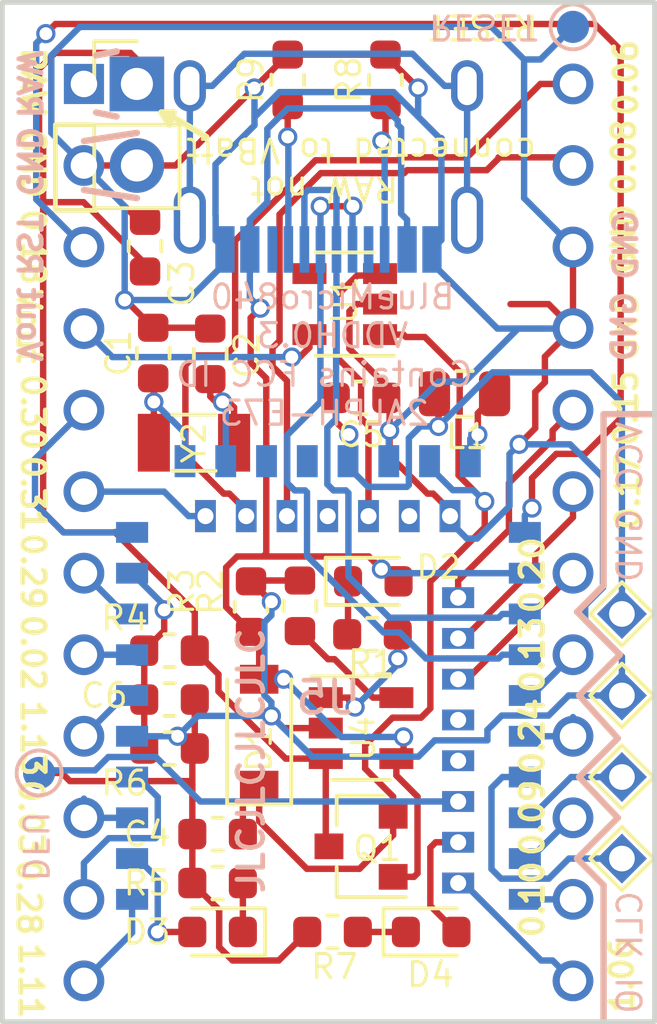
<source format=kicad_pcb>
(kicad_pcb (version 20171130) (host pcbnew "(5.1.6)-1")

  (general
    (thickness 1.6)
    (drawings 38)
    (tracks 525)
    (zones 0)
    (modules 36)
    (nets 46)
  )

  (page A4)
  (layers
    (0 F.Cu signal hide)
    (31 B.Cu signal hide)
    (32 B.Adhes user)
    (33 F.Adhes user)
    (34 B.Paste user)
    (35 F.Paste user)
    (36 B.SilkS user)
    (37 F.SilkS user)
    (38 B.Mask user)
    (39 F.Mask user hide)
    (40 Dwgs.User user hide)
    (41 Cmts.User user hide)
    (42 Eco1.User user hide)
    (43 Eco2.User user hide)
    (44 Edge.Cuts user)
    (45 Margin user hide)
    (46 B.CrtYd user)
    (47 F.CrtYd user hide)
    (48 B.Fab user hide)
    (49 F.Fab user hide)
  )

  (setup
    (last_trace_width 0.2)
    (user_trace_width 0.2)
    (user_trace_width 0.5)
    (trace_clearance 0.2)
    (zone_clearance 0.508)
    (zone_45_only yes)
    (trace_min 0.2)
    (via_size 0.6)
    (via_drill 0.4)
    (via_min_size 0.4)
    (via_min_drill 0.3)
    (uvia_size 0.3)
    (uvia_drill 0.1)
    (uvias_allowed no)
    (uvia_min_size 0.2)
    (uvia_min_drill 0.1)
    (edge_width 0.15)
    (segment_width 0.2)
    (pcb_text_width 0.3)
    (pcb_text_size 1.5 1.5)
    (mod_edge_width 0.15)
    (mod_text_size 1 1)
    (mod_text_width 0.15)
    (pad_size 3.25 3.25)
    (pad_drill 0)
    (pad_to_mask_clearance 0)
    (solder_mask_min_width 0.25)
    (aux_axis_origin 0 0)
    (grid_origin 96.181533 140.292775)
    (visible_elements 7FFFFFFF)
    (pcbplotparams
      (layerselection 0x010fc_ffffffff)
      (usegerberextensions false)
      (usegerberattributes false)
      (usegerberadvancedattributes false)
      (creategerberjobfile false)
      (excludeedgelayer true)
      (linewidth 0.100000)
      (plotframeref false)
      (viasonmask false)
      (mode 1)
      (useauxorigin false)
      (hpglpennumber 1)
      (hpglpenspeed 20)
      (hpglpendiameter 15.000000)
      (psnegative false)
      (psa4output false)
      (plotreference true)
      (plotvalue true)
      (plotinvisibletext false)
      (padsonsilk false)
      (subtractmaskfromsilk false)
      (outputformat 1)
      (mirror false)
      (drillshape 0)
      (scaleselection 1)
      (outputdirectory "gerber/"))
  )

  (net 0 "")
  (net 1 GND)
  (net 2 "Net-(C1-Pad1)")
  (net 3 VCC)
  (net 4 SWDIO)
  (net 5 RESET)
  (net 6 RXD)
  (net 7 TXD)
  (net 8 /P0.02)
  (net 9 /P0.29)
  (net 10 /P0.30)
  (net 11 /P0.31)
  (net 12 /P0.10)
  (net 13 /P0.09)
  (net 14 SWCLK)
  (net 15 VBUS)
  (net 16 "Net-(C2-Pad2)")
  (net 17 "Net-(L1-Pad1)")
  (net 18 VBAT)
  (net 19 DATA+)
  (net 20 DATA-)
  (net 21 /P1.13)
  (net 22 /P1.11)
  (net 23 /P0.20)
  (net 24 /P1.06)
  (net 25 /P0.26)
  (net 26 /P0.13)
  (net 27 /P0.15)
  (net 28 "Net-(R1-Pad2)")
  (net 29 "Net-(R2-Pad1)")
  (net 30 "Net-(D2-Pad1)")
  (net 31 /P0.17)
  (net 32 DFU)
  (net 33 /P0.24)
  (net 34 BLUE_LED)
  (net 35 "Net-(D3-Pad1)")
  (net 36 /P0.03)
  (net 37 /P0.28)
  (net 38 "Net-(D4-Pad1)")
  (net 39 RED_LED)
  (net 40 "Net-(J3-PadS1)")
  (net 41 "Net-(J3-PadA5)")
  (net 42 "Net-(J3-PadB5)")
  (net 43 Vin)
  (net 44 Venable)
  (net 45 Vout)

  (net_class Default "This is the default net class."
    (clearance 0.2)
    (trace_width 0.2)
    (via_dia 0.6)
    (via_drill 0.4)
    (uvia_dia 0.3)
    (uvia_drill 0.1)
    (add_net /P0.02)
    (add_net /P0.03)
    (add_net /P0.09)
    (add_net /P0.10)
    (add_net /P0.13)
    (add_net /P0.15)
    (add_net /P0.17)
    (add_net /P0.20)
    (add_net /P0.24)
    (add_net /P0.26)
    (add_net /P0.28)
    (add_net /P0.29)
    (add_net /P0.30)
    (add_net /P0.31)
    (add_net /P1.06)
    (add_net /P1.11)
    (add_net /P1.13)
    (add_net BLUE_LED)
    (add_net DATA+)
    (add_net DATA-)
    (add_net DFU)
    (add_net GND)
    (add_net "Net-(C1-Pad1)")
    (add_net "Net-(C2-Pad2)")
    (add_net "Net-(D2-Pad1)")
    (add_net "Net-(D3-Pad1)")
    (add_net "Net-(D4-Pad1)")
    (add_net "Net-(J3-PadA5)")
    (add_net "Net-(J3-PadB5)")
    (add_net "Net-(J3-PadS1)")
    (add_net "Net-(L1-Pad1)")
    (add_net "Net-(R1-Pad2)")
    (add_net "Net-(R2-Pad1)")
    (add_net RED_LED)
    (add_net RESET)
    (add_net RXD)
    (add_net SWCLK)
    (add_net SWDIO)
    (add_net TXD)
    (add_net VBAT)
    (add_net VBUS)
    (add_net VCC)
    (add_net Venable)
    (add_net Vin)
    (add_net Vout)
  )

  (net_class Power ""
    (clearance 0.2)
    (trace_width 0.5)
    (via_dia 0.6)
    (via_drill 0.4)
    (uvia_dia 0.3)
    (uvia_drill 0.1)
  )

  (module nrfmicro:E73-2G4M08S1C-52840 (layer B.Cu) (tedit 5E9502C2) (tstamp 5C6ECCBA)
    (at 103.801533 123.722775 270)
    (path /5C7001D3)
    (fp_text reference U5 (at 7.746775 0.000467) (layer B.SilkS)
      (effects (font (size 1 1) (thickness 0.15)) (justify mirror))
    )
    (fp_text value E73-2G4M08S1C-52840 (at 9.778775 0.635467) (layer B.Fab) hide
      (effects (font (size 1 1) (thickness 0.15)) (justify mirror))
    )
    (fp_line (start 18.034 6.604) (end -0.127 6.604) (layer B.Fab) (width 0.15))
    (fp_line (start 18.034 -6.604) (end 18.034 6.604) (layer B.Fab) (width 0.15))
    (fp_line (start -0.127 -6.604) (end 18.034 -6.604) (layer B.Fab) (width 0.15))
    (fp_line (start -0.127 6.604) (end -0.127 -6.604) (layer B.Fab) (width 0.15))
    (fp_text user E73-2G4M08S1C (at 9.458 3.81 270) (layer B.SilkS) hide
      (effects (font (size 1 1) (thickness 0.15)) (justify mirror))
    )
    (pad 28 thru_hole rect (at 4.632 -4.041 270) (size 0.65 1) (drill 0.5) (layers *.Cu *.Mask)
      (net 27 /P0.15))
    (pad 10 smd rect (at 2.6 6.119 270) (size 0.65 1) (layers B.Cu B.Paste B.Mask)
      (net 10 /P0.30))
    (pad 9 smd rect (at 3.87 6.119 270) (size 0.65 1) (layers B.Cu B.Paste B.Mask)
      (net 11 /P0.31))
    (pad 8 smd rect (at 5.14 6.119 270) (size 0.65 1) (layers B.Cu B.Paste B.Mask)
      (net 9 /P0.29))
    (pad 7 smd rect (at 6.41 6.119 270) (size 0.65 1) (layers B.Cu B.Paste B.Mask)
      (net 8 /P0.02))
    (pad 6 smd rect (at 7.68 6.119 270) (size 0.65 1) (layers B.Cu B.Paste B.Mask)
      (net 21 /P1.13))
    (pad 5 smd rect (at 8.95 6.119 270) (size 0.65 1) (layers B.Cu B.Paste B.Mask)
      (net 1 GND))
    (pad 4 smd rect (at 10.22 6.119 270) (size 0.65 1) (layers B.Cu B.Paste B.Mask)
      (net 37 /P0.28))
    (pad 3 smd rect (at 11.49 6.119 270) (size 0.65 1) (layers B.Cu B.Paste B.Mask)
      (net 36 /P0.03))
    (pad 2 smd rect (at 12.76 6.119 270) (size 0.65 1) (layers B.Cu B.Paste B.Mask)
      (net 34 BLUE_LED))
    (pad 1 smd rect (at 14.03 6.119 270) (size 0.65 1) (layers B.Cu B.Paste B.Mask)
      (net 22 /P1.11))
    (pad 31 smd rect (at 6.41 -6.119 270) (size 0.65 1) (layers B.Cu B.Paste B.Mask)
      (net 19 DATA+))
    (pad 43 smd rect (at 14.03 -6.119 270) (size 0.65 1) (layers B.Cu B.Paste B.Mask)
      (net 12 /P0.10))
    (pad 33 smd rect (at 7.68 -6.119 270) (size 0.65 1) (layers B.Cu B.Paste B.Mask)
      (net 26 /P0.13))
    (pad 41 smd rect (at 12.76 -6.119 270) (size 0.65 1) (layers B.Cu B.Paste B.Mask)
      (net 13 /P0.09))
    (pad 39 smd rect (at 11.49 -6.119 270) (size 0.65 1) (layers B.Cu B.Paste B.Mask)
      (net 14 SWCLK))
    (pad 37 smd rect (at 10.22 -6.119 270) (size 0.65 1) (layers B.Cu B.Paste B.Mask)
      (net 4 SWDIO))
    (pad 29 smd rect (at 5.14 -6.119 270) (size 0.65 1) (layers B.Cu B.Paste B.Mask)
      (net 20 DATA-))
    (pad 35 smd rect (at 8.95 -6.119 270) (size 0.65 1) (layers B.Cu B.Paste B.Mask)
      (net 33 /P0.24))
    (pad 27 smd rect (at 3.87 -6.119 270) (size 0.65 1) (layers B.Cu B.Paste B.Mask)
      (net 15 VBUS))
    (pad 26 smd rect (at 2.6 -6.119 270) (size 0.65 1) (layers B.Cu B.Paste B.Mask)
      (net 5 RESET))
    (pad 23 smd rect (at 0.381 -3.15 180) (size 0.65 1) (layers B.Cu B.Paste B.Mask)
      (net 43 Vin))
    (pad 11 smd rect (at 0.381 4.47 180) (size 0.65 1) (layers B.Cu B.Paste B.Mask)
      (net 2 "Net-(C1-Pad1)"))
    (pad 21 smd rect (at 0.381 -1.88 180) (size 0.65 1) (layers B.Cu B.Paste B.Mask)
      (net 1 GND))
    (pad 13 smd rect (at 0.381 3.2 180) (size 0.65 1) (layers B.Cu B.Paste B.Mask)
      (net 16 "Net-(C2-Pad2)"))
    (pad 15 smd rect (at 0.381 1.93 180) (size 0.65 1) (layers B.Cu B.Paste B.Mask))
    (pad 17 smd rect (at 0.381 0.66 180) (size 0.65 1) (layers B.Cu B.Paste B.Mask))
    (pad 25 smd rect (at 0.381 -4.42 180) (size 0.65 1) (layers B.Cu B.Paste B.Mask)
      (net 17 "Net-(L1-Pad1)"))
    (pad 19 smd rect (at 0.381 -0.61 180) (size 0.65 1) (layers B.Cu B.Paste B.Mask)
      (net 3 VCC))
    (pad 30 thru_hole rect (at 5.902 -4.041 270) (size 0.65 1) (drill 0.5) (layers *.Cu *.Mask)
      (net 31 /P0.17))
    (pad 32 thru_hole rect (at 7.172 -4.041 270) (size 0.65 1) (drill 0.5) (layers *.Cu *.Mask)
      (net 23 /P0.20))
    (pad 34 thru_hole rect (at 8.442 -4.041 270) (size 0.65 1) (drill 0.5) (layers *.Cu *.Mask))
    (pad 36 thru_hole rect (at 9.712 -4.041 270) (size 0.65 1) (drill 0.5) (layers *.Cu *.Mask))
    (pad 38 thru_hole rect (at 10.982 -4.041 270) (size 0.65 1) (drill 0.5) (layers *.Cu *.Mask)
      (net 32 DFU))
    (pad 40 thru_hole rect (at 12.252 -4.041 270) (size 0.65 1) (drill 0.5) (layers *.Cu *.Mask)
      (net 39 RED_LED))
    (pad 42 thru_hole rect (at 13.522 -4.041 270) (size 0.65 1) (drill 0.5) (layers *.Cu *.Mask)
      (net 24 /P1.06))
    (pad 14 thru_hole rect (at 2.092 2.563 180) (size 0.65 1) (drill 0.5) (layers *.Cu *.Mask)
      (net 7 TXD))
    (pad 12 thru_hole rect (at 2.092 3.833 180) (size 0.65 1) (drill 0.5) (layers *.Cu *.Mask)
      (net 25 /P0.26))
    (pad 20 thru_hole rect (at 2.092 -1.247 180) (size 0.65 1) (drill 0.5) (layers *.Cu *.Mask)
      (net 44 Venable))
    (pad 16 thru_hole rect (at 2.092 1.293 180) (size 0.65 1) (drill 0.5) (layers *.Cu *.Mask)
      (net 6 RXD))
    (pad 22 thru_hole rect (at 2.092 -2.517 180) (size 0.65 1) (drill 0.5) (layers *.Cu *.Mask))
    (pad 24 thru_hole rect (at 2.092 -3.787 180) (size 0.65 1) (drill 0.5) (layers *.Cu *.Mask)
      (net 1 GND))
    (pad 18 thru_hole rect (at 2.092 0.023 180) (size 0.65 1) (drill 0.5) (layers *.Cu *.Mask))
  )

  (module LED_SMD:LED_0603_1608Metric (layer F.Cu) (tedit 5CAD6F1D) (tstamp 5C71A0D8)
    (at 100.347033 138.768775 180)
    (descr "LED SMD 0603 (1608 Metric), square (rectangular) end terminal, IPC_7351 nominal, (Body size source: http://www.tortai-tech.com/upload/download/2011102023233369053.pdf), generated with kicad-footprint-generator")
    (tags diode)
    (path /5C7545DA)
    (attr smd)
    (fp_text reference D3 (at 2.197 0 180) (layer F.SilkS)
      (effects (font (size 0.75 0.75) (thickness 0.1)))
    )
    (fp_text value 19-217/BHC-ZL1M2RY/3T (at 0 1.43 180) (layer F.Fab)
      (effects (font (size 1 1) (thickness 0.15)))
    )
    (fp_line (start 1.48 0.73) (end -1.48 0.73) (layer F.CrtYd) (width 0.05))
    (fp_line (start 1.48 -0.73) (end 1.48 0.73) (layer F.CrtYd) (width 0.05))
    (fp_line (start -1.48 -0.73) (end 1.48 -0.73) (layer F.CrtYd) (width 0.05))
    (fp_line (start -1.48 0.73) (end -1.48 -0.73) (layer F.CrtYd) (width 0.05))
    (fp_line (start -1.485 0.735) (end 0.8 0.735) (layer F.SilkS) (width 0.12))
    (fp_line (start -1.485 -0.735) (end -1.485 0.735) (layer F.SilkS) (width 0.12))
    (fp_line (start 0.8 -0.735) (end -1.485 -0.735) (layer F.SilkS) (width 0.12))
    (fp_line (start 0.8 0.4) (end 0.8 -0.4) (layer F.Fab) (width 0.1))
    (fp_line (start -0.8 0.4) (end 0.8 0.4) (layer F.Fab) (width 0.1))
    (fp_line (start -0.8 -0.1) (end -0.8 0.4) (layer F.Fab) (width 0.1))
    (fp_line (start -0.5 -0.4) (end -0.8 -0.1) (layer F.Fab) (width 0.1))
    (fp_line (start 0.8 -0.4) (end -0.5 -0.4) (layer F.Fab) (width 0.1))
    (fp_text user %R (at 0 0 180) (layer F.Fab)
      (effects (font (size 0.4 0.4) (thickness 0.06)))
    )
    (pad 1 smd roundrect (at -0.7875 0 180) (size 0.875 0.95) (layers F.Cu F.Paste F.Mask) (roundrect_rratio 0.25)
      (net 35 "Net-(D3-Pad1)"))
    (pad 2 smd roundrect (at 0.7875 0 180) (size 0.875 0.95) (layers F.Cu F.Paste F.Mask) (roundrect_rratio 0.25)
      (net 34 BLUE_LED))
    (model ${KISYS3DMOD}/LED_SMD.3dshapes/LED_0603_1608Metric.wrl
      (at (xyz 0 0 0))
      (scale (xyz 1 1 1))
      (rotate (xyz 0 0 0))
    )
  )

  (module LED_SMD:LED_0603_1608Metric (layer F.Cu) (tedit 5CAD6FA4) (tstamp 5C711F3F)
    (at 105.198533 127.846775)
    (descr "LED SMD 0603 (1608 Metric), square (rectangular) end terminal, IPC_7351 nominal, (Body size source: http://www.tortai-tech.com/upload/download/2011102023233369053.pdf), generated with kicad-footprint-generator")
    (tags diode)
    (path /5C7015F2)
    (attr smd)
    (fp_text reference D2 (at 2.032 -0.4445 -180) (layer F.SilkS)
      (effects (font (size 0.7 0.7) (thickness 0.1)))
    )
    (fp_text value 19-217/GHC-YR1S2/3T (at 0 1.43) (layer F.Fab)
      (effects (font (size 1 1) (thickness 0.15)))
    )
    (fp_line (start 1.48 0.73) (end -1.48 0.73) (layer F.CrtYd) (width 0.05))
    (fp_line (start 1.48 -0.73) (end 1.48 0.73) (layer F.CrtYd) (width 0.05))
    (fp_line (start -1.48 -0.73) (end 1.48 -0.73) (layer F.CrtYd) (width 0.05))
    (fp_line (start -1.48 0.73) (end -1.48 -0.73) (layer F.CrtYd) (width 0.05))
    (fp_line (start -1.485 0.735) (end 0.8 0.735) (layer F.SilkS) (width 0.12))
    (fp_line (start -1.485 -0.735) (end -1.485 0.735) (layer F.SilkS) (width 0.12))
    (fp_line (start 0.8 -0.735) (end -1.485 -0.735) (layer F.SilkS) (width 0.12))
    (fp_line (start 0.8 0.4) (end 0.8 -0.4) (layer F.Fab) (width 0.1))
    (fp_line (start -0.8 0.4) (end 0.8 0.4) (layer F.Fab) (width 0.1))
    (fp_line (start -0.8 -0.1) (end -0.8 0.4) (layer F.Fab) (width 0.1))
    (fp_line (start -0.5 -0.4) (end -0.8 -0.1) (layer F.Fab) (width 0.1))
    (fp_line (start 0.8 -0.4) (end -0.5 -0.4) (layer F.Fab) (width 0.1))
    (fp_text user %R (at 0 0) (layer F.Fab)
      (effects (font (size 0.4 0.4) (thickness 0.06)))
    )
    (pad 1 smd roundrect (at -0.7875 0) (size 0.875 0.95) (layers F.Cu F.Paste F.Mask) (roundrect_rratio 0.25)
      (net 30 "Net-(D2-Pad1)"))
    (pad 2 smd roundrect (at 0.7875 0) (size 0.875 0.95) (layers F.Cu F.Paste F.Mask) (roundrect_rratio 0.25)
      (net 15 VBUS))
    (model ${KISYS3DMOD}/LED_SMD.3dshapes/LED_0603_1608Metric.wrl
      (at (xyz 0 0 0))
      (scale (xyz 1 1 1))
      (rotate (xyz 0 0 0))
    )
  )

  (module Crystal:Crystal_SMD_3215-2Pin_3.2x1.5mm (layer F.Cu) (tedit 5DBF46FD) (tstamp 5C72EBCC)
    (at 99.610533 123.528775 180)
    (descr "SMD Crystal FC-135 https://support.epson.biz/td/api/doc_check.php?dl=brief_FC-135R_en.pdf")
    (tags "SMD SMT Crystal")
    (path /5C74A6AB)
    (attr smd)
    (fp_text reference Y2 (at 0 0 90) (layer F.SilkS)
      (effects (font (size 0.7 0.7) (thickness 0.1)))
    )
    (fp_text value 32,768 (at 0 2 180) (layer F.Fab)
      (effects (font (size 1 1) (thickness 0.15)))
    )
    (fp_line (start 2 -1.15) (end 2 1.15) (layer F.CrtYd) (width 0.05))
    (fp_line (start -2 -1.15) (end -2 1.15) (layer F.CrtYd) (width 0.05))
    (fp_line (start -2 1.15) (end 2 1.15) (layer F.CrtYd) (width 0.05))
    (fp_line (start -1.6 0.75) (end 1.6 0.75) (layer F.Fab) (width 0.1))
    (fp_line (start -1.6 -0.75) (end 1.6 -0.75) (layer F.Fab) (width 0.1))
    (fp_line (start 1.6 -0.75) (end 1.6 0.75) (layer F.Fab) (width 0.1))
    (fp_line (start -0.675 -0.875) (end 0.675 -0.875) (layer F.SilkS) (width 0.12))
    (fp_line (start -0.675 0.875) (end 0.675 0.875) (layer F.SilkS) (width 0.12))
    (fp_line (start -1.6 -0.75) (end -1.6 0.75) (layer F.Fab) (width 0.1))
    (fp_line (start -2 -1.15) (end 2 -1.15) (layer F.CrtYd) (width 0.05))
    (fp_text user %R (at 0 -2 180) (layer F.Fab)
      (effects (font (size 1 1) (thickness 0.15)))
    )
    (pad 1 smd rect (at 1.25 0 180) (size 1 1.8) (layers F.Cu F.Paste F.Mask)
      (net 2 "Net-(C1-Pad1)"))
    (pad 2 smd rect (at -1.25 0 180) (size 1 1.8) (layers F.Cu F.Paste F.Mask)
      (net 16 "Net-(C2-Pad2)"))
    (model ${KISYS3DMOD}/Crystal.3dshapes/Crystal_SMD_3225-4Pin_3.2x2.5mm.step
      (at (xyz 0 0 0))
      (scale (xyz 1 1 1))
      (rotate (xyz 0 0 0))
    )
  )

  (module Package_TO_SOT_SMD:SOT-23-5 (layer F.Cu) (tedit 5DBF44EA) (tstamp 5C6EC9A9)
    (at 104.817533 132.418775)
    (descr "5-pin SOT23 package")
    (tags SOT-23-5)
    (path /5D7EA888)
    (attr smd)
    (fp_text reference U4 (at 0.0635 0.3175 90) (layer F.SilkS)
      (effects (font (size 0.7 0.7) (thickness 0.1)))
    )
    (fp_text value TP4054ST (at 0 2.9) (layer F.Fab)
      (effects (font (size 1 1) (thickness 0.15)))
    )
    (fp_line (start 0.9 -1.55) (end 0.9 1.55) (layer F.Fab) (width 0.1))
    (fp_line (start 0.9 1.55) (end -0.9 1.55) (layer F.Fab) (width 0.1))
    (fp_line (start -0.9 -0.9) (end -0.9 1.55) (layer F.Fab) (width 0.1))
    (fp_line (start 0.9 -1.55) (end -0.25 -1.55) (layer F.Fab) (width 0.1))
    (fp_line (start -0.9 -0.9) (end -0.25 -1.55) (layer F.Fab) (width 0.1))
    (fp_line (start -1.9 1.8) (end -1.9 -1.8) (layer F.CrtYd) (width 0.05))
    (fp_line (start 1.9 1.8) (end -1.9 1.8) (layer F.CrtYd) (width 0.05))
    (fp_line (start 1.9 -1.8) (end 1.9 1.8) (layer F.CrtYd) (width 0.05))
    (fp_line (start -1.9 -1.8) (end 1.9 -1.8) (layer F.CrtYd) (width 0.05))
    (fp_line (start 0.9 -1.61) (end -1.55 -1.61) (layer F.SilkS) (width 0.12))
    (fp_line (start -0.9 1.61) (end 0.9 1.61) (layer F.SilkS) (width 0.12))
    (fp_text user %R (at 0 0 90) (layer F.Fab)
      (effects (font (size 0.5 0.5) (thickness 0.075)))
    )
    (pad 1 smd rect (at -1.1 -0.95) (size 1.06 0.65) (layers F.Cu F.Paste F.Mask)
      (net 28 "Net-(R1-Pad2)"))
    (pad 2 smd rect (at -1.1 0) (size 1.06 0.65) (layers F.Cu F.Paste F.Mask)
      (net 1 GND))
    (pad 3 smd rect (at -1.1 0.95) (size 1.06 0.65) (layers F.Cu F.Paste F.Mask)
      (net 18 VBAT))
    (pad 4 smd rect (at 1.1 0.95) (size 1.06 0.65) (layers F.Cu F.Paste F.Mask)
      (net 15 VBUS))
    (pad 5 smd rect (at 1.1 -0.95) (size 1.06 0.65) (layers F.Cu F.Paste F.Mask)
      (net 29 "Net-(R2-Pad1)"))
    (model ${KISYS3DMOD}/Package_TO_SOT_SMD.3dshapes/SOT-23-5.wrl
      (at (xyz 0 0 0))
      (scale (xyz 1 1 1))
      (rotate (xyz 0 0 0))
    )
  )

  (module LED_SMD:LED_0603_1608Metric (layer F.Cu) (tedit 5CAD6F13) (tstamp 5CDB8631)
    (at 107.002034 138.768775)
    (descr "LED SMD 0603 (1608 Metric), square (rectangular) end terminal, IPC_7351 nominal, (Body size source: http://www.tortai-tech.com/upload/download/2011102023233369053.pdf), generated with kicad-footprint-generator")
    (tags diode)
    (path /5D834AF2)
    (attr smd)
    (fp_text reference D4 (at -0.025501 1.3335 180) (layer F.SilkS)
      (effects (font (size 0.75 0.75) (thickness 0.1)))
    )
    (fp_text value KT-0603R (at 0 1.43) (layer F.Fab)
      (effects (font (size 1 1) (thickness 0.15)))
    )
    (fp_line (start 1.48 0.73) (end -1.48 0.73) (layer F.CrtYd) (width 0.05))
    (fp_line (start 1.48 -0.73) (end 1.48 0.73) (layer F.CrtYd) (width 0.05))
    (fp_line (start -1.48 -0.73) (end 1.48 -0.73) (layer F.CrtYd) (width 0.05))
    (fp_line (start -1.48 0.73) (end -1.48 -0.73) (layer F.CrtYd) (width 0.05))
    (fp_line (start -1.485 0.735) (end 0.8 0.735) (layer F.SilkS) (width 0.12))
    (fp_line (start -1.485 -0.735) (end -1.485 0.735) (layer F.SilkS) (width 0.12))
    (fp_line (start 0.8 -0.735) (end -1.485 -0.735) (layer F.SilkS) (width 0.12))
    (fp_line (start 0.8 0.4) (end 0.8 -0.4) (layer F.Fab) (width 0.1))
    (fp_line (start -0.8 0.4) (end 0.8 0.4) (layer F.Fab) (width 0.1))
    (fp_line (start -0.8 -0.1) (end -0.8 0.4) (layer F.Fab) (width 0.1))
    (fp_line (start -0.5 -0.4) (end -0.8 -0.1) (layer F.Fab) (width 0.1))
    (fp_line (start 0.8 -0.4) (end -0.5 -0.4) (layer F.Fab) (width 0.1))
    (fp_text user %R (at 0 0) (layer F.Fab)
      (effects (font (size 0.4 0.4) (thickness 0.06)))
    )
    (pad 1 smd roundrect (at -0.7875 0) (size 0.875 0.95) (layers F.Cu F.Paste F.Mask) (roundrect_rratio 0.25)
      (net 38 "Net-(D4-Pad1)"))
    (pad 2 smd roundrect (at 0.7875 0) (size 0.875 0.95) (layers F.Cu F.Paste F.Mask) (roundrect_rratio 0.25)
      (net 39 RED_LED))
    (model ${KISYS3DMOD}/LED_SMD.3dshapes/LED_0603_1608Metric.wrl
      (at (xyz 0 0 0))
      (scale (xyz 1 1 1))
      (rotate (xyz 0 0 0))
    )
  )

  (module Capacitor_SMD:C_0603_1608Metric (layer F.Cu) (tedit 5DBF4547) (tstamp 5D837ADF)
    (at 98.340533 120.734775 90)
    (descr "Capacitor SMD 0603 (1608 Metric), square (rectangular) end terminal, IPC_7351 nominal, (Body size source: http://www.tortai-tech.com/upload/download/2011102023233369053.pdf), generated with kicad-footprint-generator")
    (tags capacitor)
    (path /5C7379E0)
    (attr smd)
    (fp_text reference C1 (at 0 -1.0795 90) (layer F.SilkS)
      (effects (font (size 0.75 0.75) (thickness 0.1)))
    )
    (fp_text value 22pF (at 0 1.43 90) (layer F.Fab)
      (effects (font (size 1 1) (thickness 0.15)))
    )
    (fp_line (start 1.48 0.73) (end -1.48 0.73) (layer F.CrtYd) (width 0.05))
    (fp_line (start 1.48 -0.73) (end 1.48 0.73) (layer F.CrtYd) (width 0.05))
    (fp_line (start -1.48 -0.73) (end 1.48 -0.73) (layer F.CrtYd) (width 0.05))
    (fp_line (start -1.48 0.73) (end -1.48 -0.73) (layer F.CrtYd) (width 0.05))
    (fp_line (start -0.162779 0.51) (end 0.162779 0.51) (layer F.SilkS) (width 0.12))
    (fp_line (start -0.162779 -0.51) (end 0.162779 -0.51) (layer F.SilkS) (width 0.12))
    (fp_line (start 0.8 0.4) (end -0.8 0.4) (layer F.Fab) (width 0.1))
    (fp_line (start 0.8 -0.4) (end 0.8 0.4) (layer F.Fab) (width 0.1))
    (fp_line (start -0.8 -0.4) (end 0.8 -0.4) (layer F.Fab) (width 0.1))
    (fp_line (start -0.8 0.4) (end -0.8 -0.4) (layer F.Fab) (width 0.1))
    (fp_text user %R (at 0 0 90) (layer F.Fab)
      (effects (font (size 0.4 0.4) (thickness 0.06)))
    )
    (pad 1 smd roundrect (at -0.7875 0 90) (size 0.875 0.95) (layers F.Cu F.Paste F.Mask) (roundrect_rratio 0.25)
      (net 2 "Net-(C1-Pad1)"))
    (pad 2 smd roundrect (at 0.7875 0 90) (size 0.875 0.95) (layers F.Cu F.Paste F.Mask) (roundrect_rratio 0.25)
      (net 1 GND))
    (model ${KISYS3DMOD}/Capacitor_SMD.3dshapes/C_0603_1608Metric.wrl
      (at (xyz 0 0 0))
      (scale (xyz 1 1 1))
      (rotate (xyz 0 0 0))
    )
  )

  (module Capacitor_SMD:C_0603_1608Metric (layer F.Cu) (tedit 5DBF4557) (tstamp 5D837AEF)
    (at 100.118533 120.760276 270)
    (descr "Capacitor SMD 0603 (1608 Metric), square (rectangular) end terminal, IPC_7351 nominal, (Body size source: http://www.tortai-tech.com/upload/download/2011102023233369053.pdf), generated with kicad-footprint-generator")
    (tags capacitor)
    (path /5C73DD8F)
    (attr smd)
    (fp_text reference C2 (at 0.037999 -1.143 270) (layer F.SilkS)
      (effects (font (size 0.75 0.75) (thickness 0.1)))
    )
    (fp_text value 22pF (at 0 1.43 270) (layer F.Fab)
      (effects (font (size 1 1) (thickness 0.15)))
    )
    (fp_line (start 1.48 0.73) (end -1.48 0.73) (layer F.CrtYd) (width 0.05))
    (fp_line (start 1.48 -0.73) (end 1.48 0.73) (layer F.CrtYd) (width 0.05))
    (fp_line (start -1.48 -0.73) (end 1.48 -0.73) (layer F.CrtYd) (width 0.05))
    (fp_line (start -1.48 0.73) (end -1.48 -0.73) (layer F.CrtYd) (width 0.05))
    (fp_line (start -0.162779 0.51) (end 0.162779 0.51) (layer F.SilkS) (width 0.12))
    (fp_line (start -0.162779 -0.51) (end 0.162779 -0.51) (layer F.SilkS) (width 0.12))
    (fp_line (start 0.8 0.4) (end -0.8 0.4) (layer F.Fab) (width 0.1))
    (fp_line (start 0.8 -0.4) (end 0.8 0.4) (layer F.Fab) (width 0.1))
    (fp_line (start -0.8 -0.4) (end 0.8 -0.4) (layer F.Fab) (width 0.1))
    (fp_line (start -0.8 0.4) (end -0.8 -0.4) (layer F.Fab) (width 0.1))
    (fp_text user %R (at 0 0 270) (layer F.Fab)
      (effects (font (size 0.4 0.4) (thickness 0.06)))
    )
    (pad 1 smd roundrect (at -0.7875 0 270) (size 0.875 0.95) (layers F.Cu F.Paste F.Mask) (roundrect_rratio 0.25)
      (net 1 GND))
    (pad 2 smd roundrect (at 0.7875 0 270) (size 0.875 0.95) (layers F.Cu F.Paste F.Mask) (roundrect_rratio 0.25)
      (net 16 "Net-(C2-Pad2)"))
    (model ${KISYS3DMOD}/Capacitor_SMD.3dshapes/C_0603_1608Metric.wrl
      (at (xyz 0 0 0))
      (scale (xyz 1 1 1))
      (rotate (xyz 0 0 0))
    )
  )

  (module Capacitor_SMD:C_0603_1608Metric (layer F.Cu) (tedit 5DBF457A) (tstamp 5D837AFF)
    (at 98.086533 117.407275 90)
    (descr "Capacitor SMD 0603 (1608 Metric), square (rectangular) end terminal, IPC_7351 nominal, (Body size source: http://www.tortai-tech.com/upload/download/2011102023233369053.pdf), generated with kicad-footprint-generator")
    (tags capacitor)
    (path /5C70161B)
    (attr smd)
    (fp_text reference C3 (at -1.1685 1.143 90) (layer F.SilkS)
      (effects (font (size 0.75 0.75) (thickness 0.1)))
    )
    (fp_text value 10uF (at 0 1.43 90) (layer F.Fab)
      (effects (font (size 1 1) (thickness 0.15)))
    )
    (fp_line (start 1.48 0.73) (end -1.48 0.73) (layer F.CrtYd) (width 0.05))
    (fp_line (start 1.48 -0.73) (end 1.48 0.73) (layer F.CrtYd) (width 0.05))
    (fp_line (start -1.48 -0.73) (end 1.48 -0.73) (layer F.CrtYd) (width 0.05))
    (fp_line (start -1.48 0.73) (end -1.48 -0.73) (layer F.CrtYd) (width 0.05))
    (fp_line (start -0.162779 0.51) (end 0.162779 0.51) (layer F.SilkS) (width 0.12))
    (fp_line (start -0.162779 -0.51) (end 0.162779 -0.51) (layer F.SilkS) (width 0.12))
    (fp_line (start 0.8 0.4) (end -0.8 0.4) (layer F.Fab) (width 0.1))
    (fp_line (start 0.8 -0.4) (end 0.8 0.4) (layer F.Fab) (width 0.1))
    (fp_line (start -0.8 -0.4) (end 0.8 -0.4) (layer F.Fab) (width 0.1))
    (fp_line (start -0.8 0.4) (end -0.8 -0.4) (layer F.Fab) (width 0.1))
    (fp_text user %R (at 0 0 90) (layer F.Fab)
      (effects (font (size 0.4 0.4) (thickness 0.06)))
    )
    (pad 1 smd roundrect (at -0.7875 0 90) (size 0.875 0.95) (layers F.Cu F.Paste F.Mask) (roundrect_rratio 0.25)
      (net 18 VBAT))
    (pad 2 smd roundrect (at 0.7875 0 90) (size 0.875 0.95) (layers F.Cu F.Paste F.Mask) (roundrect_rratio 0.25)
      (net 1 GND))
    (model ${KISYS3DMOD}/Capacitor_SMD.3dshapes/C_0603_1608Metric.wrl
      (at (xyz 0 0 0))
      (scale (xyz 1 1 1))
      (rotate (xyz 0 0 0))
    )
  )

  (module Capacitor_SMD:C_0603_1608Metric (layer F.Cu) (tedit 5DBF4655) (tstamp 5D837B0F)
    (at 100.347033 135.720775 180)
    (descr "Capacitor SMD 0603 (1608 Metric), square (rectangular) end terminal, IPC_7351 nominal, (Body size source: http://www.tortai-tech.com/upload/download/2011102023233369053.pdf), generated with kicad-footprint-generator")
    (tags capacitor)
    (path /5B158BD8)
    (attr smd)
    (fp_text reference C4 (at 2.197 0 180) (layer F.SilkS)
      (effects (font (size 0.75 0.75) (thickness 0.1)))
    )
    (fp_text value 10uF (at 0 1.43 180) (layer F.Fab)
      (effects (font (size 1 1) (thickness 0.15)))
    )
    (fp_line (start -0.8 0.4) (end -0.8 -0.4) (layer F.Fab) (width 0.1))
    (fp_line (start -0.8 -0.4) (end 0.8 -0.4) (layer F.Fab) (width 0.1))
    (fp_line (start 0.8 -0.4) (end 0.8 0.4) (layer F.Fab) (width 0.1))
    (fp_line (start 0.8 0.4) (end -0.8 0.4) (layer F.Fab) (width 0.1))
    (fp_line (start -0.162779 -0.51) (end 0.162779 -0.51) (layer F.SilkS) (width 0.12))
    (fp_line (start -0.162779 0.51) (end 0.162779 0.51) (layer F.SilkS) (width 0.12))
    (fp_line (start -1.48 0.73) (end -1.48 -0.73) (layer F.CrtYd) (width 0.05))
    (fp_line (start -1.48 -0.73) (end 1.48 -0.73) (layer F.CrtYd) (width 0.05))
    (fp_line (start 1.48 -0.73) (end 1.48 0.73) (layer F.CrtYd) (width 0.05))
    (fp_line (start 1.48 0.73) (end -1.48 0.73) (layer F.CrtYd) (width 0.05))
    (fp_text user %R (at 0 0 180) (layer F.Fab)
      (effects (font (size 0.4 0.4) (thickness 0.06)))
    )
    (pad 2 smd roundrect (at 0.7875 0 180) (size 0.875 0.95) (layers F.Cu F.Paste F.Mask) (roundrect_rratio 0.25)
      (net 1 GND))
    (pad 1 smd roundrect (at -0.7875 0 180) (size 0.875 0.95) (layers F.Cu F.Paste F.Mask) (roundrect_rratio 0.25)
      (net 43 Vin))
    (model ${KISYS3DMOD}/Capacitor_SMD.3dshapes/C_0603_1608Metric.wrl
      (at (xyz 0 0 0))
      (scale (xyz 1 1 1))
      (rotate (xyz 0 0 0))
    )
  )

  (module Capacitor_SMD:C_0603_1608Metric (layer F.Cu) (tedit 5DBF4568) (tstamp 5D837B1F)
    (at 104.817533 122.131775)
    (descr "Capacitor SMD 0603 (1608 Metric), square (rectangular) end terminal, IPC_7351 nominal, (Body size source: http://www.tortai-tech.com/upload/download/2011102023233369053.pdf), generated with kicad-footprint-generator")
    (tags capacitor)
    (path /5CC9355F)
    (attr smd)
    (fp_text reference C5 (at 0 1.143) (layer F.SilkS)
      (effects (font (size 0.75 0.75) (thickness 0.1)))
    )
    (fp_text value 10uF (at 0 1.43) (layer F.Fab)
      (effects (font (size 1 1) (thickness 0.15)))
    )
    (fp_line (start -0.8 0.4) (end -0.8 -0.4) (layer F.Fab) (width 0.1))
    (fp_line (start -0.8 -0.4) (end 0.8 -0.4) (layer F.Fab) (width 0.1))
    (fp_line (start 0.8 -0.4) (end 0.8 0.4) (layer F.Fab) (width 0.1))
    (fp_line (start 0.8 0.4) (end -0.8 0.4) (layer F.Fab) (width 0.1))
    (fp_line (start -0.162779 -0.51) (end 0.162779 -0.51) (layer F.SilkS) (width 0.12))
    (fp_line (start -0.162779 0.51) (end 0.162779 0.51) (layer F.SilkS) (width 0.12))
    (fp_line (start -1.48 0.73) (end -1.48 -0.73) (layer F.CrtYd) (width 0.05))
    (fp_line (start -1.48 -0.73) (end 1.48 -0.73) (layer F.CrtYd) (width 0.05))
    (fp_line (start 1.48 -0.73) (end 1.48 0.73) (layer F.CrtYd) (width 0.05))
    (fp_line (start 1.48 0.73) (end -1.48 0.73) (layer F.CrtYd) (width 0.05))
    (fp_text user %R (at 0 0) (layer F.Fab)
      (effects (font (size 0.4 0.4) (thickness 0.06)))
    )
    (pad 2 smd roundrect (at 0.7875 0) (size 0.875 0.95) (layers F.Cu F.Paste F.Mask) (roundrect_rratio 0.25)
      (net 1 GND))
    (pad 1 smd roundrect (at -0.7875 0) (size 0.875 0.95) (layers F.Cu F.Paste F.Mask) (roundrect_rratio 0.25)
      (net 3 VCC))
    (model ${KISYS3DMOD}/Capacitor_SMD.3dshapes/C_0603_1608Metric.wrl
      (at (xyz 0 0 0))
      (scale (xyz 1 1 1))
      (rotate (xyz 0 0 0))
    )
  )

  (module Capacitor_SMD:C_0603_1608Metric (layer F.Cu) (tedit 5DBF4719) (tstamp 5D837B2F)
    (at 98.848533 131.529775)
    (descr "Capacitor SMD 0603 (1608 Metric), square (rectangular) end terminal, IPC_7351 nominal, (Body size source: http://www.tortai-tech.com/upload/download/2011102023233369053.pdf), generated with kicad-footprint-generator")
    (tags capacitor)
    (path /5D813867)
    (attr smd)
    (fp_text reference C6 (at -2.032 -0.127) (layer F.SilkS)
      (effects (font (size 0.75 0.75) (thickness 0.1)))
    )
    (fp_text value 1nF (at 0 1.43) (layer F.Fab)
      (effects (font (size 1 1) (thickness 0.15)))
    )
    (fp_line (start -0.8 0.4) (end -0.8 -0.4) (layer F.Fab) (width 0.1))
    (fp_line (start -0.8 -0.4) (end 0.8 -0.4) (layer F.Fab) (width 0.1))
    (fp_line (start 0.8 -0.4) (end 0.8 0.4) (layer F.Fab) (width 0.1))
    (fp_line (start 0.8 0.4) (end -0.8 0.4) (layer F.Fab) (width 0.1))
    (fp_line (start -0.162779 -0.51) (end 0.162779 -0.51) (layer F.SilkS) (width 0.12))
    (fp_line (start -0.162779 0.51) (end 0.162779 0.51) (layer F.SilkS) (width 0.12))
    (fp_line (start -1.48 0.73) (end -1.48 -0.73) (layer F.CrtYd) (width 0.05))
    (fp_line (start -1.48 -0.73) (end 1.48 -0.73) (layer F.CrtYd) (width 0.05))
    (fp_line (start 1.48 -0.73) (end 1.48 0.73) (layer F.CrtYd) (width 0.05))
    (fp_line (start 1.48 0.73) (end -1.48 0.73) (layer F.CrtYd) (width 0.05))
    (fp_text user %R (at 0 0) (layer F.Fab)
      (effects (font (size 0.4 0.4) (thickness 0.06)))
    )
    (pad 2 smd roundrect (at 0.7875 0) (size 0.875 0.95) (layers F.Cu F.Paste F.Mask) (roundrect_rratio 0.25)
      (net 1 GND))
    (pad 1 smd roundrect (at -0.7875 0) (size 0.875 0.95) (layers F.Cu F.Paste F.Mask) (roundrect_rratio 0.25)
      (net 11 /P0.31))
    (model ${KISYS3DMOD}/Capacitor_SMD.3dshapes/C_0603_1608Metric.wrl
      (at (xyz 0 0 0))
      (scale (xyz 1 1 1))
      (rotate (xyz 0 0 0))
    )
  )

  (module Resistor_SMD:R_0603_1608Metric (layer F.Cu) (tedit 5DBF4506) (tstamp 5D837B3F)
    (at 105.173033 129.497775)
    (descr "Resistor SMD 0603 (1608 Metric), square (rectangular) end terminal, IPC_7351 nominal, (Body size source: http://www.tortai-tech.com/upload/download/2011102023233369053.pdf), generated with kicad-footprint-generator")
    (tags resistor)
    (path /5C7015F9)
    (attr smd)
    (fp_text reference R1 (at -0.038 0.889) (layer F.SilkS)
      (effects (font (size 0.75 0.75) (thickness 0.1)))
    )
    (fp_text value 1K (at 0 1.43) (layer F.Fab)
      (effects (font (size 1 1) (thickness 0.15)))
    )
    (fp_line (start -0.8 0.4) (end -0.8 -0.4) (layer F.Fab) (width 0.1))
    (fp_line (start -0.8 -0.4) (end 0.8 -0.4) (layer F.Fab) (width 0.1))
    (fp_line (start 0.8 -0.4) (end 0.8 0.4) (layer F.Fab) (width 0.1))
    (fp_line (start 0.8 0.4) (end -0.8 0.4) (layer F.Fab) (width 0.1))
    (fp_line (start -0.162779 -0.51) (end 0.162779 -0.51) (layer F.SilkS) (width 0.12))
    (fp_line (start -0.162779 0.51) (end 0.162779 0.51) (layer F.SilkS) (width 0.12))
    (fp_line (start -1.48 0.73) (end -1.48 -0.73) (layer F.CrtYd) (width 0.05))
    (fp_line (start -1.48 -0.73) (end 1.48 -0.73) (layer F.CrtYd) (width 0.05))
    (fp_line (start 1.48 -0.73) (end 1.48 0.73) (layer F.CrtYd) (width 0.05))
    (fp_line (start 1.48 0.73) (end -1.48 0.73) (layer F.CrtYd) (width 0.05))
    (fp_text user %R (at 0 0) (layer F.Fab)
      (effects (font (size 0.4 0.4) (thickness 0.06)))
    )
    (pad 2 smd roundrect (at 0.7875 0) (size 0.875 0.95) (layers F.Cu F.Paste F.Mask) (roundrect_rratio 0.25)
      (net 28 "Net-(R1-Pad2)"))
    (pad 1 smd roundrect (at -0.7875 0) (size 0.875 0.95) (layers F.Cu F.Paste F.Mask) (roundrect_rratio 0.25)
      (net 30 "Net-(D2-Pad1)"))
    (model ${KISYS3DMOD}/Resistor_SMD.3dshapes/R_0603_1608Metric.wrl
      (at (xyz 0 0 0))
      (scale (xyz 1 1 1))
      (rotate (xyz 0 0 0))
    )
  )

  (module Resistor_SMD:R_0603_1608Metric (layer F.Cu) (tedit 5DBF469E) (tstamp 5D837B4F)
    (at 102.912533 128.608775 90)
    (descr "Resistor SMD 0603 (1608 Metric), square (rectangular) end terminal, IPC_7351 nominal, (Body size source: http://www.tortai-tech.com/upload/download/2011102023233369053.pdf), generated with kicad-footprint-generator")
    (tags resistor)
    (path /5C701629)
    (attr smd)
    (fp_text reference R2 (at 0.4445 -2.794 90) (layer F.SilkS)
      (effects (font (size 0.75 0.75) (thickness 0.1)))
    )
    (fp_text value 10K (at 0 1.43 90) (layer F.Fab)
      (effects (font (size 1 1) (thickness 0.15)))
    )
    (fp_line (start -0.8 0.4) (end -0.8 -0.4) (layer F.Fab) (width 0.1))
    (fp_line (start -0.8 -0.4) (end 0.8 -0.4) (layer F.Fab) (width 0.1))
    (fp_line (start 0.8 -0.4) (end 0.8 0.4) (layer F.Fab) (width 0.1))
    (fp_line (start 0.8 0.4) (end -0.8 0.4) (layer F.Fab) (width 0.1))
    (fp_line (start -0.162779 -0.51) (end 0.162779 -0.51) (layer F.SilkS) (width 0.12))
    (fp_line (start -0.162779 0.51) (end 0.162779 0.51) (layer F.SilkS) (width 0.12))
    (fp_line (start -1.48 0.73) (end -1.48 -0.73) (layer F.CrtYd) (width 0.05))
    (fp_line (start -1.48 -0.73) (end 1.48 -0.73) (layer F.CrtYd) (width 0.05))
    (fp_line (start 1.48 -0.73) (end 1.48 0.73) (layer F.CrtYd) (width 0.05))
    (fp_line (start 1.48 0.73) (end -1.48 0.73) (layer F.CrtYd) (width 0.05))
    (fp_text user %R (at 0 0 90) (layer F.Fab)
      (effects (font (size 0.4 0.4) (thickness 0.06)))
    )
    (pad 2 smd roundrect (at 0.7875 0 90) (size 0.875 0.95) (layers F.Cu F.Paste F.Mask) (roundrect_rratio 0.25)
      (net 1 GND))
    (pad 1 smd roundrect (at -0.7875 0 90) (size 0.875 0.95) (layers F.Cu F.Paste F.Mask) (roundrect_rratio 0.25)
      (net 29 "Net-(R2-Pad1)"))
    (model ${KISYS3DMOD}/Resistor_SMD.3dshapes/R_0603_1608Metric.wrl
      (at (xyz 0 0 0))
      (scale (xyz 1 1 1))
      (rotate (xyz 0 0 0))
    )
  )

  (module Resistor_SMD:R_0603_1608Metric (layer F.Cu) (tedit 5DBF46CF) (tstamp 5D837B5F)
    (at 101.388533 128.634281 90)
    (descr "Resistor SMD 0603 (1608 Metric), square (rectangular) end terminal, IPC_7351 nominal, (Body size source: http://www.tortai-tech.com/upload/download/2011102023233369053.pdf), generated with kicad-footprint-generator")
    (tags resistor)
    (path /5B159927)
    (attr smd)
    (fp_text reference R3 (at 0.470006 -2.159 90) (layer F.SilkS)
      (effects (font (size 0.75 0.75) (thickness 0.1)))
    )
    (fp_text value 100K (at 0 1.43 90) (layer F.Fab)
      (effects (font (size 1 1) (thickness 0.15)))
    )
    (fp_line (start 1.48 0.73) (end -1.48 0.73) (layer F.CrtYd) (width 0.05))
    (fp_line (start 1.48 -0.73) (end 1.48 0.73) (layer F.CrtYd) (width 0.05))
    (fp_line (start -1.48 -0.73) (end 1.48 -0.73) (layer F.CrtYd) (width 0.05))
    (fp_line (start -1.48 0.73) (end -1.48 -0.73) (layer F.CrtYd) (width 0.05))
    (fp_line (start -0.162779 0.51) (end 0.162779 0.51) (layer F.SilkS) (width 0.12))
    (fp_line (start -0.162779 -0.51) (end 0.162779 -0.51) (layer F.SilkS) (width 0.12))
    (fp_line (start 0.8 0.4) (end -0.8 0.4) (layer F.Fab) (width 0.1))
    (fp_line (start 0.8 -0.4) (end 0.8 0.4) (layer F.Fab) (width 0.1))
    (fp_line (start -0.8 -0.4) (end 0.8 -0.4) (layer F.Fab) (width 0.1))
    (fp_line (start -0.8 0.4) (end -0.8 -0.4) (layer F.Fab) (width 0.1))
    (fp_text user %R (at 0 0 90) (layer F.Fab)
      (effects (font (size 0.4 0.4) (thickness 0.06)))
    )
    (pad 1 smd roundrect (at -0.7875 0 90) (size 0.875 0.95) (layers F.Cu F.Paste F.Mask) (roundrect_rratio 0.25)
      (net 15 VBUS))
    (pad 2 smd roundrect (at 0.7875 0 90) (size 0.875 0.95) (layers F.Cu F.Paste F.Mask) (roundrect_rratio 0.25)
      (net 1 GND))
    (model ${KISYS3DMOD}/Resistor_SMD.3dshapes/R_0603_1608Metric.wrl
      (at (xyz 0 0 0))
      (scale (xyz 1 1 1))
      (rotate (xyz 0 0 0))
    )
  )

  (module Resistor_SMD:R_0603_1608Metric (layer F.Cu) (tedit 5DBF4742) (tstamp 5D837B6F)
    (at 98.848533 130.005775 180)
    (descr "Resistor SMD 0603 (1608 Metric), square (rectangular) end terminal, IPC_7351 nominal, (Body size source: http://www.tortai-tech.com/upload/download/2011102023233369053.pdf), generated with kicad-footprint-generator")
    (tags resistor)
    (path /5D813913)
    (attr smd)
    (fp_text reference R4 (at 1.397 1.016 180) (layer F.SilkS)
      (effects (font (size 0.75 0.75) (thickness 0.1)))
    )
    (fp_text value 806k (at 0 1.43 180) (layer F.Fab)
      (effects (font (size 1 1) (thickness 0.15)))
    )
    (fp_line (start 1.48 0.73) (end -1.48 0.73) (layer F.CrtYd) (width 0.05))
    (fp_line (start 1.48 -0.73) (end 1.48 0.73) (layer F.CrtYd) (width 0.05))
    (fp_line (start -1.48 -0.73) (end 1.48 -0.73) (layer F.CrtYd) (width 0.05))
    (fp_line (start -1.48 0.73) (end -1.48 -0.73) (layer F.CrtYd) (width 0.05))
    (fp_line (start -0.162779 0.51) (end 0.162779 0.51) (layer F.SilkS) (width 0.12))
    (fp_line (start -0.162779 -0.51) (end 0.162779 -0.51) (layer F.SilkS) (width 0.12))
    (fp_line (start 0.8 0.4) (end -0.8 0.4) (layer F.Fab) (width 0.1))
    (fp_line (start 0.8 -0.4) (end 0.8 0.4) (layer F.Fab) (width 0.1))
    (fp_line (start -0.8 -0.4) (end 0.8 -0.4) (layer F.Fab) (width 0.1))
    (fp_line (start -0.8 0.4) (end -0.8 -0.4) (layer F.Fab) (width 0.1))
    (fp_text user %R (at 0 0 180) (layer F.Fab)
      (effects (font (size 0.4 0.4) (thickness 0.06)))
    )
    (pad 1 smd roundrect (at -0.7875 0 180) (size 0.875 0.95) (layers F.Cu F.Paste F.Mask) (roundrect_rratio 0.25)
      (net 18 VBAT))
    (pad 2 smd roundrect (at 0.7875 0 180) (size 0.875 0.95) (layers F.Cu F.Paste F.Mask) (roundrect_rratio 0.25)
      (net 11 /P0.31))
    (model ${KISYS3DMOD}/Resistor_SMD.3dshapes/R_0603_1608Metric.wrl
      (at (xyz 0 0 0))
      (scale (xyz 1 1 1))
      (rotate (xyz 0 0 0))
    )
  )

  (module Resistor_SMD:R_0603_1608Metric (layer F.Cu) (tedit 5DBF4611) (tstamp 5D837B7F)
    (at 100.347033 137.244775 180)
    (descr "Resistor SMD 0603 (1608 Metric), square (rectangular) end terminal, IPC_7351 nominal, (Body size source: http://www.tortai-tech.com/upload/download/2011102023233369053.pdf), generated with kicad-footprint-generator")
    (tags resistor)
    (path /5C73A719)
    (attr smd)
    (fp_text reference R5 (at 2.197 0 180) (layer F.SilkS)
      (effects (font (size 0.75 0.75) (thickness 0.1)))
    )
    (fp_text value 1K (at 0 1.43 180) (layer F.Fab)
      (effects (font (size 1 1) (thickness 0.15)))
    )
    (fp_line (start -0.8 0.4) (end -0.8 -0.4) (layer F.Fab) (width 0.1))
    (fp_line (start -0.8 -0.4) (end 0.8 -0.4) (layer F.Fab) (width 0.1))
    (fp_line (start 0.8 -0.4) (end 0.8 0.4) (layer F.Fab) (width 0.1))
    (fp_line (start 0.8 0.4) (end -0.8 0.4) (layer F.Fab) (width 0.1))
    (fp_line (start -0.162779 -0.51) (end 0.162779 -0.51) (layer F.SilkS) (width 0.12))
    (fp_line (start -0.162779 0.51) (end 0.162779 0.51) (layer F.SilkS) (width 0.12))
    (fp_line (start -1.48 0.73) (end -1.48 -0.73) (layer F.CrtYd) (width 0.05))
    (fp_line (start -1.48 -0.73) (end 1.48 -0.73) (layer F.CrtYd) (width 0.05))
    (fp_line (start 1.48 -0.73) (end 1.48 0.73) (layer F.CrtYd) (width 0.05))
    (fp_line (start 1.48 0.73) (end -1.48 0.73) (layer F.CrtYd) (width 0.05))
    (fp_text user %R (at 0 0 180) (layer F.Fab)
      (effects (font (size 0.4 0.4) (thickness 0.06)))
    )
    (pad 2 smd roundrect (at 0.7875 0 180) (size 0.875 0.95) (layers F.Cu F.Paste F.Mask) (roundrect_rratio 0.25)
      (net 1 GND))
    (pad 1 smd roundrect (at -0.7875 0 180) (size 0.875 0.95) (layers F.Cu F.Paste F.Mask) (roundrect_rratio 0.25)
      (net 35 "Net-(D3-Pad1)"))
    (model ${KISYS3DMOD}/Resistor_SMD.3dshapes/R_0603_1608Metric.wrl
      (at (xyz 0 0 0))
      (scale (xyz 1 1 1))
      (rotate (xyz 0 0 0))
    )
  )

  (module Resistor_SMD:R_0603_1608Metric (layer F.Cu) (tedit 5DBF4730) (tstamp 5D837B8F)
    (at 98.848533 133.053775)
    (descr "Resistor SMD 0603 (1608 Metric), square (rectangular) end terminal, IPC_7351 nominal, (Body size source: http://www.tortai-tech.com/upload/download/2011102023233369053.pdf), generated with kicad-footprint-generator")
    (tags resistor)
    (path /5D81399D)
    (attr smd)
    (fp_text reference R6 (at -1.397 1.0795) (layer F.SilkS)
      (effects (font (size 0.75 0.75) (thickness 0.1)))
    )
    (fp_text value 2M (at 0 1.43) (layer F.Fab)
      (effects (font (size 1 1) (thickness 0.15)))
    )
    (fp_line (start 1.48 0.73) (end -1.48 0.73) (layer F.CrtYd) (width 0.05))
    (fp_line (start 1.48 -0.73) (end 1.48 0.73) (layer F.CrtYd) (width 0.05))
    (fp_line (start -1.48 -0.73) (end 1.48 -0.73) (layer F.CrtYd) (width 0.05))
    (fp_line (start -1.48 0.73) (end -1.48 -0.73) (layer F.CrtYd) (width 0.05))
    (fp_line (start -0.162779 0.51) (end 0.162779 0.51) (layer F.SilkS) (width 0.12))
    (fp_line (start -0.162779 -0.51) (end 0.162779 -0.51) (layer F.SilkS) (width 0.12))
    (fp_line (start 0.8 0.4) (end -0.8 0.4) (layer F.Fab) (width 0.1))
    (fp_line (start 0.8 -0.4) (end 0.8 0.4) (layer F.Fab) (width 0.1))
    (fp_line (start -0.8 -0.4) (end 0.8 -0.4) (layer F.Fab) (width 0.1))
    (fp_line (start -0.8 0.4) (end -0.8 -0.4) (layer F.Fab) (width 0.1))
    (fp_text user %R (at 0 0) (layer F.Fab)
      (effects (font (size 0.4 0.4) (thickness 0.06)))
    )
    (pad 1 smd roundrect (at -0.7875 0) (size 0.875 0.95) (layers F.Cu F.Paste F.Mask) (roundrect_rratio 0.25)
      (net 11 /P0.31))
    (pad 2 smd roundrect (at 0.7875 0) (size 0.875 0.95) (layers F.Cu F.Paste F.Mask) (roundrect_rratio 0.25)
      (net 1 GND))
    (model ${KISYS3DMOD}/Resistor_SMD.3dshapes/R_0603_1608Metric.wrl
      (at (xyz 0 0 0))
      (scale (xyz 1 1 1))
      (rotate (xyz 0 0 0))
    )
  )

  (module Resistor_SMD:R_0603_1608Metric (layer F.Cu) (tedit 5DBF44BC) (tstamp 5D837B9F)
    (at 103.928533 138.768775 180)
    (descr "Resistor SMD 0603 (1608 Metric), square (rectangular) end terminal, IPC_7351 nominal, (Body size source: http://www.tortai-tech.com/upload/download/2011102023233369053.pdf), generated with kicad-footprint-generator")
    (tags resistor)
    (path /5D834AE6)
    (attr smd)
    (fp_text reference R7 (at -0.0635 -1.0795 180) (layer F.SilkS)
      (effects (font (size 0.75 0.75) (thickness 0.1)))
    )
    (fp_text value 1K (at 0 1.43 180) (layer F.Fab)
      (effects (font (size 1 1) (thickness 0.15)))
    )
    (fp_line (start 1.48 0.73) (end -1.48 0.73) (layer F.CrtYd) (width 0.05))
    (fp_line (start 1.48 -0.73) (end 1.48 0.73) (layer F.CrtYd) (width 0.05))
    (fp_line (start -1.48 -0.73) (end 1.48 -0.73) (layer F.CrtYd) (width 0.05))
    (fp_line (start -1.48 0.73) (end -1.48 -0.73) (layer F.CrtYd) (width 0.05))
    (fp_line (start -0.162779 0.51) (end 0.162779 0.51) (layer F.SilkS) (width 0.12))
    (fp_line (start -0.162779 -0.51) (end 0.162779 -0.51) (layer F.SilkS) (width 0.12))
    (fp_line (start 0.8 0.4) (end -0.8 0.4) (layer F.Fab) (width 0.1))
    (fp_line (start 0.8 -0.4) (end 0.8 0.4) (layer F.Fab) (width 0.1))
    (fp_line (start -0.8 -0.4) (end 0.8 -0.4) (layer F.Fab) (width 0.1))
    (fp_line (start -0.8 0.4) (end -0.8 -0.4) (layer F.Fab) (width 0.1))
    (fp_text user %R (at 0 0 180) (layer F.Fab)
      (effects (font (size 0.4 0.4) (thickness 0.06)))
    )
    (pad 1 smd roundrect (at -0.7875 0 180) (size 0.875 0.95) (layers F.Cu F.Paste F.Mask) (roundrect_rratio 0.25)
      (net 38 "Net-(D4-Pad1)"))
    (pad 2 smd roundrect (at 0.7875 0 180) (size 0.875 0.95) (layers F.Cu F.Paste F.Mask) (roundrect_rratio 0.25)
      (net 1 GND))
    (model ${KISYS3DMOD}/Resistor_SMD.3dshapes/R_0603_1608Metric.wrl
      (at (xyz 0 0 0))
      (scale (xyz 1 1 1))
      (rotate (xyz 0 0 0))
    )
  )

  (module Diode_SMD:D_SOD-123 (layer F.Cu) (tedit 5DBF44A8) (tstamp 5DAB1FA9)
    (at 101.642533 132.546775 90)
    (descr SOD-123)
    (tags SOD-123)
    (path /5B158495)
    (attr smd)
    (fp_text reference D1 (at -0.507 0 90) (layer F.SilkS)
      (effects (font (size 0.75 0.75) (thickness 0.1)))
    )
    (fp_text value B5819W (at 0 2.1 90) (layer F.Fab)
      (effects (font (size 1 1) (thickness 0.15)))
    )
    (fp_line (start -2.25 -1) (end 1.65 -1) (layer F.SilkS) (width 0.12))
    (fp_line (start -2.25 1) (end 1.65 1) (layer F.SilkS) (width 0.12))
    (fp_line (start -2.35 -1.15) (end -2.35 1.15) (layer F.CrtYd) (width 0.05))
    (fp_line (start 2.35 1.15) (end -2.35 1.15) (layer F.CrtYd) (width 0.05))
    (fp_line (start 2.35 -1.15) (end 2.35 1.15) (layer F.CrtYd) (width 0.05))
    (fp_line (start -2.35 -1.15) (end 2.35 -1.15) (layer F.CrtYd) (width 0.05))
    (fp_line (start -1.4 -0.9) (end 1.4 -0.9) (layer F.Fab) (width 0.1))
    (fp_line (start 1.4 -0.9) (end 1.4 0.9) (layer F.Fab) (width 0.1))
    (fp_line (start 1.4 0.9) (end -1.4 0.9) (layer F.Fab) (width 0.1))
    (fp_line (start -1.4 0.9) (end -1.4 -0.9) (layer F.Fab) (width 0.1))
    (fp_line (start -0.75 0) (end -0.35 0) (layer F.Fab) (width 0.1))
    (fp_line (start -0.35 0) (end -0.35 -0.55) (layer F.Fab) (width 0.1))
    (fp_line (start -0.35 0) (end -0.35 0.55) (layer F.Fab) (width 0.1))
    (fp_line (start -0.35 0) (end 0.25 -0.4) (layer F.Fab) (width 0.1))
    (fp_line (start 0.25 -0.4) (end 0.25 0.4) (layer F.Fab) (width 0.1))
    (fp_line (start 0.25 0.4) (end -0.35 0) (layer F.Fab) (width 0.1))
    (fp_line (start 0.25 0) (end 0.75 0) (layer F.Fab) (width 0.1))
    (fp_line (start -2.25 -1) (end -2.25 1) (layer F.SilkS) (width 0.12))
    (fp_text user %R (at 0 -2 90) (layer F.Fab)
      (effects (font (size 1 1) (thickness 0.15)))
    )
    (pad 1 smd rect (at -1.65 0 90) (size 0.9 1.2) (layers F.Cu F.Paste F.Mask)
      (net 43 Vin))
    (pad 2 smd rect (at 1.65 0 90) (size 0.9 1.2) (layers F.Cu F.Paste F.Mask)
      (net 15 VBUS))
    (model ${KISYS3DMOD}/Diode_SMD.3dshapes/D_SOD-123.wrl
      (at (xyz 0 0 0))
      (scale (xyz 1 1 1))
      (rotate (xyz 0 0 0))
    )
  )

  (module Package_TO_SOT_SMD:SOT-23 (layer F.Cu) (tedit 5DBF44E0) (tstamp 5DAB1FD1)
    (at 104.817533 136.101775 180)
    (descr "SOT-23, Standard")
    (tags SOT-23)
    (path /5B1587C5)
    (attr smd)
    (fp_text reference Q1 (at -0.508 -0.0635 180) (layer F.SilkS)
      (effects (font (size 0.75 0.75) (thickness 0.1)))
    )
    (fp_text value SI2301CDS-T1-GE3 (at 0 2.5 180) (layer F.Fab)
      (effects (font (size 1 1) (thickness 0.15)))
    )
    (fp_line (start 0.76 1.58) (end -0.7 1.58) (layer F.SilkS) (width 0.12))
    (fp_line (start 0.76 -1.58) (end -1.4 -1.58) (layer F.SilkS) (width 0.12))
    (fp_line (start -1.7 1.75) (end -1.7 -1.75) (layer F.CrtYd) (width 0.05))
    (fp_line (start 1.7 1.75) (end -1.7 1.75) (layer F.CrtYd) (width 0.05))
    (fp_line (start 1.7 -1.75) (end 1.7 1.75) (layer F.CrtYd) (width 0.05))
    (fp_line (start -1.7 -1.75) (end 1.7 -1.75) (layer F.CrtYd) (width 0.05))
    (fp_line (start 0.76 -1.58) (end 0.76 -0.65) (layer F.SilkS) (width 0.12))
    (fp_line (start 0.76 1.58) (end 0.76 0.65) (layer F.SilkS) (width 0.12))
    (fp_line (start -0.7 1.52) (end 0.7 1.52) (layer F.Fab) (width 0.1))
    (fp_line (start 0.7 -1.52) (end 0.7 1.52) (layer F.Fab) (width 0.1))
    (fp_line (start -0.7 -0.95) (end -0.15 -1.52) (layer F.Fab) (width 0.1))
    (fp_line (start -0.15 -1.52) (end 0.7 -1.52) (layer F.Fab) (width 0.1))
    (fp_line (start -0.7 -0.95) (end -0.7 1.5) (layer F.Fab) (width 0.1))
    (fp_text user %R (at 0 0 270) (layer F.Fab)
      (effects (font (size 0.5 0.5) (thickness 0.075)))
    )
    (pad 1 smd rect (at -1 -0.95 180) (size 0.9 0.8) (layers F.Cu F.Paste F.Mask)
      (net 15 VBUS))
    (pad 2 smd rect (at -1 0.95 180) (size 0.9 0.8) (layers F.Cu F.Paste F.Mask)
      (net 43 Vin))
    (pad 3 smd rect (at 1 0 180) (size 0.9 0.8) (layers F.Cu F.Paste F.Mask)
      (net 18 VBAT))
    (model ${KISYS3DMOD}/Package_TO_SOT_SMD.3dshapes/SOT-23.wrl
      (at (xyz 0 0 0))
      (scale (xyz 1 1 1))
      (rotate (xyz 0 0 0))
    )
  )

  (module TestPoint:TestPoint_Pad_D1.0mm (layer B.Cu) (tedit 5D928B2B) (tstamp 5DAC57A1)
    (at 94.784533 133.815775)
    (descr "SMD pad as test Point, diameter 1.0mm")
    (tags "test point SMD pad")
    (path /5DD2720E)
    (attr virtual)
    (fp_text reference TP1 (at 0 1.448) (layer Dwgs.User)
      (effects (font (size 1 1) (thickness 0.15)))
    )
    (fp_text value TestPoint_Probe (at 0 -1.55) (layer B.Fab)
      (effects (font (size 1 1) (thickness 0.15)) (justify mirror))
    )
    (fp_circle (center 0 0) (end 0 -0.7) (layer B.SilkS) (width 0.12))
    (fp_circle (center 0 0) (end 1 0) (layer B.CrtYd) (width 0.05))
    (fp_text user %R (at 0 1.45) (layer B.Fab)
      (effects (font (size 1 1) (thickness 0.15)) (justify mirror))
    )
    (pad 1 smd circle (at 0 0) (size 1 1) (layers B.Cu B.Mask)
      (net 32 DFU))
  )

  (module TestPoint:TestPoint_Pad_D1.0mm (layer F.Cu) (tedit 5D928B07) (tstamp 5DAC0448)
    (at 94.784533 133.815775)
    (descr "SMD pad as test Point, diameter 1.0mm")
    (tags "test point SMD pad")
    (path /5DD2B183)
    (attr virtual)
    (fp_text reference TP2 (at 0 -1.448) (layer Dwgs.User)
      (effects (font (size 1 1) (thickness 0.15)))
    )
    (fp_text value TestPoint_Probe (at 0 1.55) (layer F.Fab)
      (effects (font (size 1 1) (thickness 0.15)))
    )
    (fp_circle (center 0 0) (end 0 0.7) (layer F.SilkS) (width 0.12))
    (fp_circle (center 0 0) (end 1 0) (layer F.CrtYd) (width 0.05))
    (fp_text user %R (at 0 -1.45) (layer F.Fab)
      (effects (font (size 1 1) (thickness 0.15)))
    )
    (pad 1 smd circle (at 0 0) (size 1 1) (layers F.Cu F.Mask)
      (net 1 GND))
  )

  (module TestPoint:TestPoint_Pad_D1.0mm (layer F.Cu) (tedit 5D928CDE) (tstamp 5DAC54F8)
    (at 111.421533 110.574775)
    (descr "SMD pad as test Point, diameter 1.0mm")
    (tags "test point SMD pad")
    (path /5DD558B2)
    (attr virtual)
    (fp_text reference TP7 (at 0 -1.448) (layer Dwgs.User)
      (effects (font (size 1 1) (thickness 0.15)))
    )
    (fp_text value TestPoint_Probe (at 0 1.55) (layer F.Fab)
      (effects (font (size 1 1) (thickness 0.15)))
    )
    (fp_circle (center 0 0) (end 0 0.7) (layer F.SilkS) (width 0.12))
    (fp_circle (center 0 0) (end 1 0) (layer F.CrtYd) (width 0.05))
    (fp_text user %R (at 0 -1.45) (layer F.Fab)
      (effects (font (size 1 1) (thickness 0.15)))
    )
    (pad 1 smd circle (at 0 0) (size 1 1) (layers F.Cu F.Mask)
      (net 5 RESET))
  )

  (module TestPoint:TestPoint_Pad_D1.0mm (layer B.Cu) (tedit 5D928C15) (tstamp 5DAC5500)
    (at 111.421533 110.574775)
    (descr "SMD pad as test Point, diameter 1.0mm")
    (tags "test point SMD pad")
    (path /5DD55852)
    (attr virtual)
    (fp_text reference TP8 (at 0 1.448) (layer Dwgs.User)
      (effects (font (size 1 1) (thickness 0.15)))
    )
    (fp_text value TestPoint_Probe (at 0 -1.55) (layer B.Fab)
      (effects (font (size 1 1) (thickness 0.15)) (justify mirror))
    )
    (fp_circle (center 0 0) (end 1 0) (layer B.CrtYd) (width 0.05))
    (fp_circle (center 0 0) (end 0 -0.7) (layer B.SilkS) (width 0.12))
    (fp_text user %R (at 0 1.45) (layer B.Fab)
      (effects (font (size 1 1) (thickness 0.15)) (justify mirror))
    )
    (pad 1 smd circle (at 0 0) (size 1 1) (layers B.Cu B.Mask)
      (net 1 GND))
  )

  (module Inductor_SMD:L_0805_2012Metric (layer F.Cu) (tedit 5DBF46EF) (tstamp 5DAC6156)
    (at 108.041033 122.004775 180)
    (descr "Inductor SMD 0805 (2012 Metric), square (rectangular) end terminal, IPC_7351 nominal, (Body size source: https://docs.google.com/spreadsheets/d/1BsfQQcO9C6DZCsRaXUlFlo91Tg2WpOkGARC1WS5S8t0/edit?usp=sharing), generated with kicad-footprint-generator")
    (tags inductor)
    (path /5C809AAB)
    (attr smd)
    (fp_text reference L1 (at -0.0785 -1.3335 180) (layer F.SilkS)
      (effects (font (size 0.75 0.75) (thickness 0.1)))
    )
    (fp_text value 10uH (at 0 1.65 180) (layer F.Fab)
      (effects (font (size 1 1) (thickness 0.15)))
    )
    (fp_line (start 1.68 0.95) (end -1.68 0.95) (layer F.CrtYd) (width 0.05))
    (fp_line (start 1.68 -0.95) (end 1.68 0.95) (layer F.CrtYd) (width 0.05))
    (fp_line (start -1.68 -0.95) (end 1.68 -0.95) (layer F.CrtYd) (width 0.05))
    (fp_line (start -1.68 0.95) (end -1.68 -0.95) (layer F.CrtYd) (width 0.05))
    (fp_line (start -0.258578 0.71) (end 0.258578 0.71) (layer F.SilkS) (width 0.12))
    (fp_line (start -0.258578 -0.71) (end 0.258578 -0.71) (layer F.SilkS) (width 0.12))
    (fp_line (start 1 0.6) (end -1 0.6) (layer F.Fab) (width 0.1))
    (fp_line (start 1 -0.6) (end 1 0.6) (layer F.Fab) (width 0.1))
    (fp_line (start -1 -0.6) (end 1 -0.6) (layer F.Fab) (width 0.1))
    (fp_line (start -1 0.6) (end -1 -0.6) (layer F.Fab) (width 0.1))
    (fp_text user %R (at 0 0 180) (layer F.Fab)
      (effects (font (size 0.5 0.5) (thickness 0.08)))
    )
    (pad 1 smd roundrect (at -0.9375 0 180) (size 0.975 1.4) (layers F.Cu F.Paste F.Mask) (roundrect_rratio 0.25)
      (net 17 "Net-(L1-Pad1)"))
    (pad 2 smd roundrect (at 0.9375 0 180) (size 0.975 1.4) (layers F.Cu F.Paste F.Mask) (roundrect_rratio 0.25)
      (net 3 VCC))
    (model ${KISYS3DMOD}/Inductor_SMD.3dshapes/L_0805_2012Metric.wrl
      (at (xyz 0 0 0))
      (scale (xyz 1 1 1))
      (rotate (xyz 0 0 0))
    )
  )

  (module nrfmicro:pro_micro (layer F.Cu) (tedit 5E98BB75) (tstamp 5DAC81BB)
    (at 103.801533 124.798775)
    (path /5AC0283B)
    (fp_text reference U2 (at 0.508 -14.732) (layer Eco1.User)
      (effects (font (size 1.27 1.524) (thickness 0.2032)))
    )
    (fp_text value ProMicro (at 0 1.524 -90) (layer Margin) hide
      (effects (font (size 1.27 1.524) (thickness 0.2032)))
    )
    (fp_line (start -6.35 -11.176) (end -8.89 -11.176) (layer Margin) (width 0.381))
    (fp_line (start -6.35 -13.716) (end -6.35 -11.176) (layer Margin) (width 0.381))
    (fp_line (start 8.89 16.764) (end 8.89 -13.716) (layer Margin) (width 0.381))
    (fp_line (start -8.89 16.764) (end 8.89 16.764) (layer Margin) (width 0.381))
    (fp_line (start -8.89 -13.716) (end -8.89 16.764) (layer Margin) (width 0.381))
    (fp_line (start 8.89 -13.716) (end -8.89 -13.716) (layer Margin) (width 0.381))
    (fp_line (start 8.89 -13.716) (end -8.89 -13.716) (layer Margin) (width 0.381))
    (fp_line (start -8.89 -13.716) (end -8.89 16.764) (layer Margin) (width 0.381))
    (fp_line (start -8.89 16.764) (end 8.89 16.764) (layer Margin) (width 0.381))
    (fp_line (start 8.89 16.764) (end 8.89 -13.716) (layer Margin) (width 0.381))
    (fp_line (start -6.35 -13.716) (end -6.35 -11.176) (layer Margin) (width 0.381))
    (fp_line (start -6.35 -11.176) (end -8.89 -11.176) (layer Margin) (width 0.381))
    (fp_text user RAW (at -9.2075 -12.5095 270 unlocked) (layer F.SilkS)
      (effects (font (size 0.7 0.7) (thickness 0.15)))
    )
    (fp_text user GND (at -9.2075 -9.9695 270 unlocked) (layer F.SilkS)
      (effects (font (size 0.7 0.7) (thickness 0.15)))
    )
    (fp_text user 0.18 (at -9.2075 -7.366 270 unlocked) (layer F.SilkS)
      (effects (font (size 0.7 0.7) (thickness 0.15)))
    )
    (fp_text user Vout (at -9.3345 -4.8895 -90 unlocked) (layer F.SilkS)
      (effects (font (size 0.7 0.7) (thickness 0.15)))
    )
    (fp_text user 0.30 (at -9.2075 -2.2225 270 unlocked) (layer F.SilkS)
      (effects (font (size 0.7 0.7) (thickness 0.15)))
    )
    (fp_text user 0.31 (at -9.2075 0.3175 270 unlocked) (layer F.SilkS)
      (effects (font (size 0.7 0.7) (thickness 0.15)))
    )
    (fp_text user 0.02 (at -9.2075 5.2705 270 unlocked) (layer F.SilkS)
      (effects (font (size 0.7 0.7) (thickness 0.15)))
    )
    (fp_text user 0.29 (at -9.2075 2.7305 270 unlocked) (layer F.SilkS)
      (effects (font (size 0.7 0.7) (thickness 0.15)))
    )
    (fp_text user 1.13 (at -9.2075 7.9375 270 unlocked) (layer F.SilkS)
      (effects (font (size 0.7 0.7) (thickness 0.15)))
    )
    (fp_text user 0.03 (at -9.271 10.414 270 unlocked) (layer F.SilkS)
      (effects (font (size 0.7 0.7) (thickness 0.15)))
    )
    (fp_text user 0.28 (at -9.3345 12.8905 270 unlocked) (layer F.SilkS)
      (effects (font (size 0.7 0.7) (thickness 0.15)))
    )
    (fp_text user 1.11 (at -9.271 15.494 270 unlocked) (layer F.SilkS)
      (effects (font (size 0.7 0.7) (thickness 0.15)))
    )
    (fp_text user TX (at 9.271 -12.3825 -90) (layer B.SilkS) hide
      (effects (font (size 0.7 0.7) (thickness 0.15)) (justify mirror))
    )
    (fp_text user RX (at 9.3345 -9.8425 90) (layer B.SilkS) hide
      (effects (font (size 0.7 0.7) (thickness 0.15)) (justify mirror))
    )
    (fp_text user GND (at 9.271 -7.4295 90) (layer B.SilkS)
      (effects (font (size 0.7 0.7) (thickness 0.15)) (justify mirror))
    )
    (fp_text user GND (at 9.2075 -4.8895 90) (layer B.SilkS)
      (effects (font (size 0.7 0.7) (thickness 0.15)) (justify mirror))
    )
    (fp_text user D1 (at 6.096 -2.286) (layer Margin)
      (effects (font (size 0.7 0.7) (thickness 0.15)))
    )
    (fp_text user D0 (at 6.096 0.254) (layer Margin)
      (effects (font (size 0.7 0.7) (thickness 0.15)))
    )
    (fp_text user D4 (at 6.096 2.794) (layer Margin)
      (effects (font (size 0.7 0.7) (thickness 0.15)))
    )
    (fp_text user C6 (at 6.096 5.334) (layer Margin)
      (effects (font (size 0.7 0.7) (thickness 0.15)))
    )
    (fp_text user D7 (at 6.096 7.874) (layer Margin)
      (effects (font (size 0.7 0.7) (thickness 0.15)))
    )
    (fp_text user E6 (at 6.096 10.414) (layer Margin)
      (effects (font (size 0.7 0.7) (thickness 0.15)))
    )
    (fp_text user B4 (at 6.096 12.954) (layer Margin)
      (effects (font (size 0.7 0.7) (thickness 0.15)))
    )
    (fp_text user B5 (at 6.096 15.494) (layer Margin)
      (effects (font (size 0.7 0.7) (thickness 0.15)))
    )
    (fp_text user 1.06 (at 9.144 15.3035 90) (layer F.SilkS)
      (effects (font (size 0.7 0.7) (thickness 0.15)))
    )
    (fp_text user 0.10 (at 6.35 12.954 90) (layer F.SilkS)
      (effects (font (size 0.7 0.7) (thickness 0.15)))
    )
    (fp_text user 0.09 (at 6.35 10.414 90) (layer F.SilkS)
      (effects (font (size 0.7 0.7) (thickness 0.15)))
    )
    (fp_text user 0.24 (at 6.35 7.874 90) (layer F.SilkS)
      (effects (font (size 0.7 0.7) (thickness 0.15)))
    )
    (fp_text user 0.13 (at 6.35 5.334 90) (layer F.SilkS)
      (effects (font (size 0.7 0.7) (thickness 0.15)))
    )
    (fp_text user 0.20 (at 6.35 2.8575 90) (layer F.SilkS)
      (effects (font (size 0.7 0.7) (thickness 0.15)))
    )
    (fp_text user 0.17 (at 9.3345 0.254 90) (layer F.SilkS)
      (effects (font (size 0.7 0.7) (thickness 0.15)))
    )
    (fp_text user 0.15 (at 9.271 -2.3495 90) (layer F.SilkS)
      (effects (font (size 0.7 0.7) (thickness 0.15)))
    )
    (fp_text user GND (at 9.271 -4.8895 90) (layer F.SilkS)
      (effects (font (size 0.7 0.7) (thickness 0.15)))
    )
    (fp_text user GND (at 9.2075 -7.62 90) (layer F.SilkS)
      (effects (font (size 0.7 0.7) (thickness 0.15)))
    )
    (fp_text user 0.08 (at 9.2075 -10.16 90) (layer F.SilkS)
      (effects (font (size 0.7 0.7) (thickness 0.15)))
    )
    (fp_text user 0.06 (at 9.271 -12.6365 90) (layer F.SilkS)
      (effects (font (size 0.7 0.7) (thickness 0.15)))
    )
    (fp_text user B6 (at -6.096 15.494) (layer Margin)
      (effects (font (size 0.7 0.7) (thickness 0.15)))
    )
    (fp_text user B2 (at -6.096 12.954) (layer Margin)
      (effects (font (size 0.7 0.7) (thickness 0.15)))
    )
    (fp_text user B3 (at -6.096 10.414) (layer Margin)
      (effects (font (size 0.7 0.7) (thickness 0.15)))
    )
    (fp_text user B1 (at -6.096 7.874) (layer Margin)
      (effects (font (size 0.7 0.7) (thickness 0.15)))
    )
    (fp_text user F6 (at -6.096 2.794) (layer Margin)
      (effects (font (size 0.7 0.7) (thickness 0.15)))
    )
    (fp_text user F7 (at -6.096 5.334) (layer Margin)
      (effects (font (size 0.7 0.7) (thickness 0.15)))
    )
    (fp_text user F5 (at -6.096 0.254) (layer Margin)
      (effects (font (size 0.7 0.7) (thickness 0.15)))
    )
    (fp_text user F4 (at -6.096 -2.286) (layer Margin)
      (effects (font (size 0.7 0.7) (thickness 0.15)))
    )
    (fp_text user Vout (at -9.3345 -4.953 -90 unlocked) (layer B.SilkS)
      (effects (font (size 0.7 0.7) (thickness 0.15)) (justify mirror))
    )
    (fp_text user RST (at -9.3345 -7.4295 270 unlocked) (layer B.SilkS)
      (effects (font (size 0.7 0.7) (thickness 0.15)) (justify mirror))
    )
    (fp_text user GND (at -9.3345 -10.033 270 unlocked) (layer B.SilkS)
      (effects (font (size 0.7 0.7) (thickness 0.15)) (justify mirror))
    )
    (fp_text user RAW (at -9.3345 -12.446 270 unlocked) (layer B.SilkS)
      (effects (font (size 0.7 0.7) (thickness 0.15)) (justify mirror))
    )
    (pad 13 thru_hole circle (at 7.62 -12.446 270) (size 1.27 1.27) (drill 0.825) (layers *.Cu *.Mask)
      (net 7 TXD))
    (pad 14 thru_hole circle (at 7.62 -9.906 270) (size 1.27 1.27) (drill 0.825) (layers *.Cu *.Mask)
      (net 6 RXD))
    (pad 15 thru_hole circle (at 7.62 -7.366 270) (size 1.27 1.27) (drill 0.825) (layers *.Cu *.Mask)
      (net 1 GND))
    (pad 16 thru_hole circle (at 7.62 -4.826 270) (size 1.27 1.27) (drill 0.825) (layers *.Cu *.Mask)
      (net 1 GND))
    (pad 17 thru_hole circle (at 7.62 -2.286 270) (size 1.27 1.27) (drill 0.825) (layers *.Cu *.Mask)
      (net 27 /P0.15))
    (pad 18 thru_hole circle (at 7.62 0.254 270) (size 1.27 1.27) (drill 0.825) (layers *.Cu *.Mask)
      (net 31 /P0.17))
    (pad 19 thru_hole circle (at 7.62 2.794 270) (size 1.27 1.27) (drill 0.825) (layers *.Cu *.Mask)
      (net 23 /P0.20))
    (pad 20 thru_hole circle (at 7.62 5.334 270) (size 1.27 1.27) (drill 0.825) (layers *.Cu *.Mask)
      (net 26 /P0.13))
    (pad 21 thru_hole circle (at 7.62 7.874 90) (size 1.27 1.27) (drill 0.825) (layers *.Cu *.Mask)
      (net 33 /P0.24))
    (pad 22 thru_hole circle (at 7.62 10.414 270) (size 1.27 1.27) (drill 0.825) (layers *.Cu *.Mask)
      (net 13 /P0.09))
    (pad 23 thru_hole circle (at 7.62 12.954 270) (size 1.27 1.27) (drill 0.825) (layers *.Cu *.Mask)
      (net 12 /P0.10))
    (pad 24 thru_hole circle (at 7.62 15.494 270) (size 1.27 1.27) (drill 0.825) (layers *.Cu *.Mask)
      (net 24 /P1.06))
    (pad 12 thru_hole circle (at -7.62 15.494 270) (size 1.27 1.27) (drill 0.825) (layers *.Cu *.Mask)
      (net 22 /P1.11))
    (pad 11 thru_hole circle (at -7.62 12.954 270) (size 1.27 1.27) (drill 0.825) (layers *.Cu *.Mask)
      (net 37 /P0.28))
    (pad 10 thru_hole circle (at -7.62 10.414 270) (size 1.27 1.27) (drill 0.825) (layers *.Cu *.Mask)
      (net 36 /P0.03))
    (pad 9 thru_hole circle (at -7.62 7.874 270) (size 1.27 1.27) (drill 0.825) (layers *.Cu *.Mask)
      (net 21 /P1.13))
    (pad 8 thru_hole circle (at -7.62 5.334 270) (size 1.27 1.27) (drill 0.825) (layers *.Cu *.Mask)
      (net 8 /P0.02))
    (pad 7 thru_hole circle (at -7.62 2.794 270) (size 1.27 1.27) (drill 0.825) (layers *.Cu *.Mask)
      (net 9 /P0.29))
    (pad 6 thru_hole circle (at -7.62 0.254 270) (size 1.27 1.27) (drill 0.825) (layers *.Cu *.Mask)
      (net 25 /P0.26))
    (pad 5 thru_hole circle (at -7.62 -2.286 270) (size 1.27 1.27) (drill 0.825) (layers *.Cu *.Mask)
      (net 10 /P0.30))
    (pad 4 thru_hole circle (at -7.62 -4.826 270) (size 1.27 1.27) (drill 0.825) (layers *.Cu *.Mask)
      (net 45 Vout))
    (pad 3 thru_hole circle (at -7.62 -7.366 270) (size 1.27 1.27) (drill 0.825) (layers *.Cu *.Mask)
      (net 5 RESET))
    (pad 2 thru_hole circle (at -7.62 -9.906 270) (size 1.27 1.27) (drill 0.825) (layers *.Cu *.Mask)
      (net 1 GND))
    (pad 1 thru_hole rect (at -7.62 -12.446 270) (size 1.25 1.25) (drill 0.825) (layers *.Cu *.Mask))
  )

  (module footprints:TestPoint_THTPad_1.1x1.1mm_Drill0.8mm (layer F.Cu) (tedit 5DBF436D) (tstamp 5DCB9008)
    (at 112.945533 133.942775 45)
    (descr "THT rectangular pad as test Point, square 1.0mm side length, hole diameter 0.5mm")
    (tags "test point THT pad rectangle square")
    (path /5DD41885)
    (attr virtual)
    (fp_text reference TP3 (at 0 -1.448 45) (layer Dwgs.User)
      (effects (font (size 1 1) (thickness 0.15)))
    )
    (fp_text value TestPoint_Probe (at 0 1.55 45) (layer F.Fab)
      (effects (font (size 1 1) (thickness 0.15)))
    )
    (fp_line (start -0.7 -0.7) (end 0.7 -0.7) (layer F.SilkS) (width 0.12))
    (fp_line (start 0.7 -0.7) (end 0.7 0.7) (layer F.SilkS) (width 0.12))
    (fp_line (start 0.7 0.7) (end -0.7 0.7) (layer F.SilkS) (width 0.12))
    (fp_line (start -0.7 0.7) (end -0.7 -0.7) (layer F.SilkS) (width 0.12))
    (fp_line (start -1 -1) (end 1 -1) (layer F.CrtYd) (width 0.05))
    (fp_line (start -1 -1) (end -1 1) (layer F.CrtYd) (width 0.05))
    (fp_line (start 1 1) (end 1 -1) (layer F.CrtYd) (width 0.05))
    (fp_line (start 1 1) (end -1 1) (layer F.CrtYd) (width 0.05))
    (fp_text user %R (at 0 -1.45 45) (layer F.Fab)
      (effects (font (size 1 1) (thickness 0.15)))
    )
    (pad 1 thru_hole rect (at 0 0 45) (size 1.1 1.1) (drill 0.8) (layers *.Cu *.Mask)
      (net 14 SWCLK))
  )

  (module footprints:TestPoint_THTPad_1.1x1.1mm_Drill0.8mm (layer F.Cu) (tedit 5DBF436D) (tstamp 5DCB9015)
    (at 112.945533 136.482775 45)
    (descr "THT rectangular pad as test Point, square 1.0mm side length, hole diameter 0.5mm")
    (tags "test point THT pad rectangle square")
    (path /5DD4168B)
    (attr virtual)
    (fp_text reference TP4 (at 0 -1.448 45) (layer Dwgs.User)
      (effects (font (size 1 1) (thickness 0.15)))
    )
    (fp_text value TestPoint_Probe (at 0 1.55 45) (layer F.Fab)
      (effects (font (size 1 1) (thickness 0.15)))
    )
    (fp_line (start 1 1) (end -1 1) (layer F.CrtYd) (width 0.05))
    (fp_line (start 1 1) (end 1 -1) (layer F.CrtYd) (width 0.05))
    (fp_line (start -1 -1) (end -1 1) (layer F.CrtYd) (width 0.05))
    (fp_line (start -1 -1) (end 1 -1) (layer F.CrtYd) (width 0.05))
    (fp_line (start -0.7 0.7) (end -0.7 -0.7) (layer F.SilkS) (width 0.12))
    (fp_line (start 0.7 0.7) (end -0.7 0.7) (layer F.SilkS) (width 0.12))
    (fp_line (start 0.7 -0.7) (end 0.7 0.7) (layer F.SilkS) (width 0.12))
    (fp_line (start -0.7 -0.7) (end 0.7 -0.7) (layer F.SilkS) (width 0.12))
    (fp_text user %R (at 0 -1.45 45) (layer F.Fab)
      (effects (font (size 1 1) (thickness 0.15)))
    )
    (pad 1 thru_hole rect (at 0 0 45) (size 1.1 1.1) (drill 0.8) (layers *.Cu *.Mask)
      (net 4 SWDIO))
  )

  (module footprints:TestPoint_THTPad_1.1x1.1mm_Drill0.8mm (layer F.Cu) (tedit 5DBF436D) (tstamp 5DCB9022)
    (at 112.945533 128.862775 45)
    (descr "THT rectangular pad as test Point, square 1.0mm side length, hole diameter 0.5mm")
    (tags "test point THT pad rectangle square")
    (path /5DD41921)
    (attr virtual)
    (fp_text reference TP5 (at 0 -1.448 45) (layer Dwgs.User)
      (effects (font (size 1 1) (thickness 0.15)))
    )
    (fp_text value TestPoint_Probe (at 0 1.55 45) (layer F.Fab)
      (effects (font (size 1 1) (thickness 0.15)))
    )
    (fp_line (start 1 1) (end -1 1) (layer F.CrtYd) (width 0.05))
    (fp_line (start 1 1) (end 1 -1) (layer F.CrtYd) (width 0.05))
    (fp_line (start -1 -1) (end -1 1) (layer F.CrtYd) (width 0.05))
    (fp_line (start -1 -1) (end 1 -1) (layer F.CrtYd) (width 0.05))
    (fp_line (start -0.7 0.7) (end -0.7 -0.7) (layer F.SilkS) (width 0.12))
    (fp_line (start 0.7 0.7) (end -0.7 0.7) (layer F.SilkS) (width 0.12))
    (fp_line (start 0.7 -0.7) (end 0.7 0.7) (layer F.SilkS) (width 0.12))
    (fp_line (start -0.7 -0.7) (end 0.7 -0.7) (layer F.SilkS) (width 0.12))
    (fp_text user %R (at 0 -1.45 45) (layer F.Fab)
      (effects (font (size 1 1) (thickness 0.15)))
    )
    (pad 1 thru_hole rect (at 0 0 45) (size 1.1 1.1) (drill 0.8) (layers *.Cu *.Mask)
      (net 3 VCC))
  )

  (module footprints:TestPoint_THTPad_1.1x1.1mm_Drill0.8mm (layer F.Cu) (tedit 5DBF436D) (tstamp 5DCB902F)
    (at 112.945533 131.402775 45)
    (descr "THT rectangular pad as test Point, square 1.0mm side length, hole diameter 0.5mm")
    (tags "test point THT pad rectangle square")
    (path /5DD418CF)
    (attr virtual)
    (fp_text reference TP6 (at 0 -1.448 45) (layer Dwgs.User)
      (effects (font (size 1 1) (thickness 0.15)))
    )
    (fp_text value TestPoint_Probe (at 0 1.55 45) (layer F.Fab)
      (effects (font (size 1 1) (thickness 0.15)))
    )
    (fp_line (start -0.7 -0.7) (end 0.7 -0.7) (layer F.SilkS) (width 0.12))
    (fp_line (start 0.7 -0.7) (end 0.7 0.7) (layer F.SilkS) (width 0.12))
    (fp_line (start 0.7 0.7) (end -0.7 0.7) (layer F.SilkS) (width 0.12))
    (fp_line (start -0.7 0.7) (end -0.7 -0.7) (layer F.SilkS) (width 0.12))
    (fp_line (start -1 -1) (end 1 -1) (layer F.CrtYd) (width 0.05))
    (fp_line (start -1 -1) (end -1 1) (layer F.CrtYd) (width 0.05))
    (fp_line (start 1 1) (end 1 -1) (layer F.CrtYd) (width 0.05))
    (fp_line (start 1 1) (end -1 1) (layer F.CrtYd) (width 0.05))
    (fp_text user %R (at 0 -1.45 45) (layer F.Fab)
      (effects (font (size 1 1) (thickness 0.15)))
    )
    (pad 1 thru_hole rect (at 0 0 45) (size 1.1 1.1) (drill 0.8) (layers *.Cu *.Mask)
      (net 1 GND))
  )

  (module footprints:HRO-TYPE-C-31-M-12-C165948 (layer B.Cu) (tedit 5E9502A4) (tstamp 5E9FA487)
    (at 103.801533 109.812775)
    (path /5E93683A)
    (attr smd)
    (fp_text reference J3 (at 0.127 4.826) (layer B.SilkS) hide
      (effects (font (size 1 1) (thickness 0.15)) (justify mirror))
    )
    (fp_text value DNP (at 0 -1.15) (layer Dwgs.User)
      (effects (font (size 1 1) (thickness 0.15)))
    )
    (fp_line (start 3.75 8.5) (end 3.75 7.5) (layer B.CrtYd) (width 0.15))
    (fp_line (start -3.75 8.5) (end 3.75 8.5) (layer B.CrtYd) (width 0.15))
    (fp_line (start -3.75 7.5) (end -3.75 8.5) (layer B.CrtYd) (width 0.15))
    (fp_line (start -4.5 0) (end -4.5 7.5) (layer B.CrtYd) (width 0.15))
    (fp_line (start 4.5 0) (end -4.5 0) (layer B.CrtYd) (width 0.15))
    (fp_line (start 4.5 7.5) (end 4.5 0) (layer B.CrtYd) (width 0.15))
    (fp_line (start -4.5 7.5) (end 4.5 7.5) (layer B.CrtYd) (width 0.15))
    (fp_line (start -4.47 0) (end 4.47 0) (layer Dwgs.User) (width 0.15))
    (fp_line (start -4.47 0) (end -4.47 7.3) (layer Dwgs.User) (width 0.15))
    (fp_line (start 4.47 0) (end 4.47 7.3) (layer Dwgs.User) (width 0.15))
    (fp_line (start -4.47 7.3) (end 4.47 7.3) (layer Dwgs.User) (width 0.15))
    (fp_text user %R (at 0 9.25) (layer B.Fab)
      (effects (font (size 1 1) (thickness 0.15)) (justify mirror))
    )
    (pad S1 thru_hole oval (at 4.32 2.6) (size 1 1.6) (drill oval 0.6 1.2) (layers *.Cu *.Mask)
      (net 40 "Net-(J3-PadS1)"))
    (pad S1 thru_hole oval (at -4.32 2.6) (size 1 1.6) (drill oval 0.6 1.2) (layers *.Cu *.Mask)
      (net 40 "Net-(J3-PadS1)"))
    (pad S1 thru_hole oval (at 4.32 6.78) (size 1 2.1) (drill oval 0.6 1.7) (layers *.Cu *.Mask)
      (net 40 "Net-(J3-PadS1)"))
    (pad S1 thru_hole oval (at -4.32 6.78) (size 1 2.1) (drill oval 0.6 1.7) (layers *.Cu *.Mask)
      (net 40 "Net-(J3-PadS1)"))
    (pad "" np_thru_hole circle (at -2.89 6.25) (size 0.65 0.65) (drill 0.65) (layers *.Cu *.Mask))
    (pad "" np_thru_hole circle (at 2.89 6.25) (size 0.65 0.65) (drill 0.65) (layers *.Cu *.Mask))
    (pad A6 smd rect (at -0.25 7.695) (size 0.3 1.45) (layers B.Cu B.Paste B.Mask)
      (net 19 DATA+))
    (pad A7 smd rect (at 0.25 7.695) (size 0.3 1.45) (layers B.Cu B.Paste B.Mask)
      (net 20 DATA-))
    (pad B6 smd rect (at 0.75 7.695) (size 0.3 1.45) (layers B.Cu B.Paste B.Mask)
      (net 19 DATA+))
    (pad B7 smd rect (at -0.75 7.695) (size 0.3 1.45) (layers B.Cu B.Paste B.Mask)
      (net 20 DATA-))
    (pad A8 smd rect (at 1.25 7.695) (size 0.3 1.45) (layers B.Cu B.Paste B.Mask))
    (pad A5 smd rect (at -1.25 7.695) (size 0.3 1.45) (layers B.Cu B.Paste B.Mask)
      (net 41 "Net-(J3-PadA5)"))
    (pad B5 smd rect (at 1.75 7.695) (size 0.3 1.45) (layers B.Cu B.Paste B.Mask)
      (net 42 "Net-(J3-PadB5)"))
    (pad B8 smd rect (at -1.75 7.695) (size 0.3 1.45) (layers B.Cu B.Paste B.Mask))
    (pad A4 smd rect (at -2.45 7.695) (size 0.6 1.45) (layers B.Cu B.Paste B.Mask)
      (net 15 VBUS))
    (pad A4 smd rect (at 2.45 7.695) (size 0.6 1.45) (layers B.Cu B.Paste B.Mask)
      (net 15 VBUS))
    (pad A1 smd rect (at -3.225 7.695) (size 0.6 1.45) (layers B.Cu B.Paste B.Mask)
      (net 1 GND))
    (pad A1 smd rect (at 3.225 7.695) (size 0.6 1.45) (layers B.Cu B.Paste B.Mask)
      (net 1 GND))
  )

  (module Resistor_SMD:R_0603_1608Metric (layer F.Cu) (tedit 5E9501D3) (tstamp 5EA14A08)
    (at 105.579533 112.225775 90)
    (descr "Resistor SMD 0603 (1608 Metric), square (rectangular) end terminal, IPC_7351 nominal, (Body size source: http://www.tortai-tech.com/upload/download/2011102023233369053.pdf), generated with kicad-footprint-generator")
    (tags resistor)
    (path /5E96150D)
    (attr smd)
    (fp_text reference R8 (at 0 -1.143 90) (layer F.SilkS)
      (effects (font (size 0.75 0.75) (thickness 0.1)))
    )
    (fp_text value 5k1 (at 0 1.43 90) (layer F.Fab)
      (effects (font (size 1 1) (thickness 0.15)))
    )
    (fp_line (start 1.48 0.73) (end -1.48 0.73) (layer F.CrtYd) (width 0.05))
    (fp_line (start 1.48 -0.73) (end 1.48 0.73) (layer F.CrtYd) (width 0.05))
    (fp_line (start -1.48 -0.73) (end 1.48 -0.73) (layer F.CrtYd) (width 0.05))
    (fp_line (start -1.48 0.73) (end -1.48 -0.73) (layer F.CrtYd) (width 0.05))
    (fp_line (start -0.162779 0.51) (end 0.162779 0.51) (layer F.SilkS) (width 0.12))
    (fp_line (start -0.162779 -0.51) (end 0.162779 -0.51) (layer F.SilkS) (width 0.12))
    (fp_line (start 0.8 0.4) (end -0.8 0.4) (layer F.Fab) (width 0.1))
    (fp_line (start 0.8 -0.4) (end 0.8 0.4) (layer F.Fab) (width 0.1))
    (fp_line (start -0.8 -0.4) (end 0.8 -0.4) (layer F.Fab) (width 0.1))
    (fp_line (start -0.8 0.4) (end -0.8 -0.4) (layer F.Fab) (width 0.1))
    (fp_text user %R (at 0 0 90) (layer F.Fab)
      (effects (font (size 0.4 0.4) (thickness 0.06)))
    )
    (pad 1 smd roundrect (at -0.7875 0 90) (size 0.875 0.95) (layers F.Cu F.Paste F.Mask) (roundrect_rratio 0.25)
      (net 42 "Net-(J3-PadB5)"))
    (pad 2 smd roundrect (at 0.7875 0 90) (size 0.875 0.95) (layers F.Cu F.Paste F.Mask) (roundrect_rratio 0.25)
      (net 1 GND))
    (model ${KISYS3DMOD}/Resistor_SMD.3dshapes/R_0603_1608Metric.wrl
      (at (xyz 0 0 0))
      (scale (xyz 1 1 1))
      (rotate (xyz 0 0 0))
    )
  )

  (module Resistor_SMD:R_0603_1608Metric (layer F.Cu) (tedit 5E9501E3) (tstamp 5EA14A19)
    (at 102.531533 112.225775 90)
    (descr "Resistor SMD 0603 (1608 Metric), square (rectangular) end terminal, IPC_7351 nominal, (Body size source: http://www.tortai-tech.com/upload/download/2011102023233369053.pdf), generated with kicad-footprint-generator")
    (tags resistor)
    (path /5E96166B)
    (attr smd)
    (fp_text reference R9 (at 0 -1.143 90) (layer F.SilkS)
      (effects (font (size 0.75 0.75) (thickness 0.1)))
    )
    (fp_text value 5k1 (at 0 1.43 90) (layer F.Fab)
      (effects (font (size 1 1) (thickness 0.15)))
    )
    (fp_line (start -0.8 0.4) (end -0.8 -0.4) (layer F.Fab) (width 0.1))
    (fp_line (start -0.8 -0.4) (end 0.8 -0.4) (layer F.Fab) (width 0.1))
    (fp_line (start 0.8 -0.4) (end 0.8 0.4) (layer F.Fab) (width 0.1))
    (fp_line (start 0.8 0.4) (end -0.8 0.4) (layer F.Fab) (width 0.1))
    (fp_line (start -0.162779 -0.51) (end 0.162779 -0.51) (layer F.SilkS) (width 0.12))
    (fp_line (start -0.162779 0.51) (end 0.162779 0.51) (layer F.SilkS) (width 0.12))
    (fp_line (start -1.48 0.73) (end -1.48 -0.73) (layer F.CrtYd) (width 0.05))
    (fp_line (start -1.48 -0.73) (end 1.48 -0.73) (layer F.CrtYd) (width 0.05))
    (fp_line (start 1.48 -0.73) (end 1.48 0.73) (layer F.CrtYd) (width 0.05))
    (fp_line (start 1.48 0.73) (end -1.48 0.73) (layer F.CrtYd) (width 0.05))
    (fp_text user %R (at 0 0 90) (layer F.Fab)
      (effects (font (size 0.4 0.4) (thickness 0.06)))
    )
    (pad 2 smd roundrect (at 0.7875 0 90) (size 0.875 0.95) (layers F.Cu F.Paste F.Mask) (roundrect_rratio 0.25)
      (net 1 GND))
    (pad 1 smd roundrect (at -0.7875 0 90) (size 0.875 0.95) (layers F.Cu F.Paste F.Mask) (roundrect_rratio 0.25)
      (net 41 "Net-(J3-PadA5)"))
    (model ${KISYS3DMOD}/Resistor_SMD.3dshapes/R_0603_1608Metric.wrl
      (at (xyz 0 0 0))
      (scale (xyz 1 1 1))
      (rotate (xyz 0 0 0))
    )
  )

  (module Package_TO_SOT_SMD:SOT-23-5 (layer F.Cu) (tedit 5E98BAF0) (tstamp 5E98C488)
    (at 104.309533 119.210775 180)
    (descr "5-pin SOT23 package")
    (tags SOT-23-5)
    (path /5E990D1C)
    (attr smd)
    (fp_text reference U1 (at 0 0.127 270) (layer F.SilkS)
      (effects (font (size 0.75 0.75) (thickness 0.1)))
    )
    (fp_text value AP2112K-3.3TRG1 (at 0 2.9 180) (layer F.Fab)
      (effects (font (size 1 1) (thickness 0.15)))
    )
    (fp_line (start 0.9 -1.55) (end 0.9 1.55) (layer F.Fab) (width 0.1))
    (fp_line (start 0.9 1.55) (end -0.9 1.55) (layer F.Fab) (width 0.1))
    (fp_line (start -0.9 -0.9) (end -0.9 1.55) (layer F.Fab) (width 0.1))
    (fp_line (start 0.9 -1.55) (end -0.25 -1.55) (layer F.Fab) (width 0.1))
    (fp_line (start -0.9 -0.9) (end -0.25 -1.55) (layer F.Fab) (width 0.1))
    (fp_line (start -1.9 1.8) (end -1.9 -1.8) (layer F.CrtYd) (width 0.05))
    (fp_line (start 1.9 1.8) (end -1.9 1.8) (layer F.CrtYd) (width 0.05))
    (fp_line (start 1.9 -1.8) (end 1.9 1.8) (layer F.CrtYd) (width 0.05))
    (fp_line (start -1.9 -1.8) (end 1.9 -1.8) (layer F.CrtYd) (width 0.05))
    (fp_line (start 0.9 -1.61) (end -1.55 -1.61) (layer F.SilkS) (width 0.12))
    (fp_line (start -0.9 1.61) (end 0.9 1.61) (layer F.SilkS) (width 0.12))
    (fp_text user %R (at 0 0 270) (layer F.Fab)
      (effects (font (size 0.5 0.5) (thickness 0.075)))
    )
    (pad 1 smd rect (at -1.1 -0.95 180) (size 1.06 0.65) (layers F.Cu F.Paste F.Mask)
      (net 43 Vin))
    (pad 2 smd rect (at -1.1 0 180) (size 1.06 0.65) (layers F.Cu F.Paste F.Mask)
      (net 1 GND))
    (pad 3 smd rect (at -1.1 0.95 180) (size 1.06 0.65) (layers F.Cu F.Paste F.Mask)
      (net 44 Venable))
    (pad 4 smd rect (at 1.1 0.95 180) (size 1.06 0.65) (layers F.Cu F.Paste F.Mask))
    (pad 5 smd rect (at 1.1 -0.95 180) (size 1.06 0.65) (layers F.Cu F.Paste F.Mask)
      (net 45 Vout))
    (model ${KISYS3DMOD}/Package_TO_SOT_SMD.3dshapes/SOT-23-5.wrl
      (at (xyz 0 0 0))
      (scale (xyz 1 1 1))
      (rotate (xyz 0 0 0))
    )
  )

  (module Connector_PinHeader_2.54mm:PinHeader_1x02_P2.54mm_Vertical (layer F.Cu) (tedit 5EB97B0B) (tstamp 5EBAEEEE)
    (at 97.832533 112.352775)
    (descr "Through hole straight pin header, 1x02, 2.54mm pitch, single row")
    (tags "Through hole pin header THT 1x02 2.54mm single row")
    (path /5DD494DB)
    (fp_text reference J2 (at 0 -2.33) (layer F.SilkS) hide
      (effects (font (size 1 1) (thickness 0.15)))
    )
    (fp_text value Conn_01x02_Male (at 0 4.87) (layer F.Fab)
      (effects (font (size 1 1) (thickness 0.15)))
    )
    (fp_line (start 1.8 -1.8) (end -1.8 -1.8) (layer F.CrtYd) (width 0.05))
    (fp_line (start 1.8 4.35) (end 1.8 -1.8) (layer F.CrtYd) (width 0.05))
    (fp_line (start -1.8 4.35) (end 1.8 4.35) (layer F.CrtYd) (width 0.05))
    (fp_line (start -1.8 -1.8) (end -1.8 4.35) (layer F.CrtYd) (width 0.05))
    (fp_line (start -1.33 -1.33) (end 0 -1.33) (layer F.SilkS) (width 0.12))
    (fp_line (start -1.33 0) (end -1.33 -1.33) (layer F.SilkS) (width 0.12))
    (fp_line (start -1.33 1.27) (end 1.33 1.27) (layer F.SilkS) (width 0.12))
    (fp_line (start 1.33 1.27) (end 1.33 3.87) (layer F.SilkS) (width 0.12))
    (fp_line (start -1.33 1.27) (end -1.33 3.87) (layer F.SilkS) (width 0.12))
    (fp_line (start -1.33 3.87) (end 1.33 3.87) (layer F.SilkS) (width 0.12))
    (fp_line (start -1.27 -0.635) (end -0.635 -1.27) (layer F.Fab) (width 0.1))
    (fp_line (start -1.27 3.81) (end -1.27 -0.635) (layer F.Fab) (width 0.1))
    (fp_line (start 1.27 3.81) (end -1.27 3.81) (layer F.Fab) (width 0.1))
    (fp_line (start 1.27 -1.27) (end 1.27 3.81) (layer F.Fab) (width 0.1))
    (fp_line (start -0.635 -1.27) (end 1.27 -1.27) (layer F.Fab) (width 0.1))
    (fp_text user %R (at 0 1.27 90) (layer F.Fab)
      (effects (font (size 1 1) (thickness 0.15)))
    )
    (pad 1 thru_hole rect (at 0 0) (size 1.7 1.7) (drill 1) (layers *.Cu *.Mask)
      (net 18 VBAT))
    (pad 2 thru_hole oval (at 0 2.54) (size 1.7 1.7) (drill 1) (layers *.Cu *.Mask)
      (net 1 GND))
    (model ${KISYS3DMOD}/Connector_PinHeader_2.54mm.3dshapes/PinHeader_1x02_P2.54mm_Vertical.wrl
      (at (xyz 0 0 0))
      (scale (xyz 1 1 1))
      (rotate (xyz 0 0 0))
    )
  )

  (gr_line (start 97.832533 113.876775) (end 96.181533 114.130775) (layer B.SilkS) (width 0.2) (tstamp 5EBB3211))
  (gr_line (start 97.197533 113.368775) (end 96.562533 113.241775) (layer B.SilkS) (width 0.2) (tstamp 5EBB2024))
  (gr_line (start 97.197533 113.368775) (end 96.562533 113.241775) (layer F.SilkS) (width 0.2) (tstamp 5EBB1C7C))
  (gr_line (start 95.292533 116.289775) (end 96.562533 116.289775) (layer F.SilkS) (width 0.15))
  (gr_line (start 95.292533 113.622775) (end 95.292533 116.289775) (layer F.SilkS) (width 0.15))
  (gr_line (start 98.975533 113.241775) (end 98.848533 113.622775) (layer F.SilkS) (width 0.2))
  (gr_line (start 98.594533 113.241775) (end 98.975533 113.241775) (layer F.SilkS) (width 0.2))
  (gr_line (start 98.594533 113.241775) (end 98.848533 113.622775) (layer F.SilkS) (width 0.2))
  (gr_line (start 98.721533 113.241775) (end 99.991533 114.003775) (layer F.SilkS) (width 0.2))
  (gr_text "     RAW not \nconnected to VBatt" (at 104.817533 115.019775 180) (layer F.SilkS) (tstamp 5E994F43)
    (effects (font (size 0.75 0.75) (thickness 0.1)))
  )
  (gr_line (start 97.197533 111.336775) (end 96.562533 111.463775) (layer F.SilkS) (width 0.2))
  (gr_line (start 95.292533 113.622775) (end 96.435533 113.622775) (layer F.SilkS) (width 0.15))
  (gr_line (start 97.197533 111.336775) (end 96.562533 111.463775) (layer B.SilkS) (width 0.2))
  (gr_line (start 97.832533 115.908775) (end 96.181533 115.654775) (layer B.SilkS) (width 0.2))
  (gr_text "Contains FCC ID\n2ALPH-E73" (at 103.674533 122.004775) (layer B.SilkS) (tstamp 5E991B13)
    (effects (font (size 0.75 0.75) (thickness 0.1)) (justify mirror))
  )
  (gr_text RESET (at 108.627533 110.574775 180) (layer B.SilkS)
    (effects (font (size 0.75 0.75) (thickness 0.1)) (justify mirror))
  )
  (gr_text DFU (at 94.657533 136.101775 270) (layer B.SilkS) (tstamp 5DAC5AE6)
    (effects (font (size 0.75 0.75) (thickness 0.1)) (justify mirror))
  )
  (gr_line (start 112.374033 122.639775) (end 113.961533 122.639775) (layer B.SilkS) (width 0.2))
  (gr_line (start 112.374033 127.973775) (end 112.374033 122.639775) (layer B.SilkS) (width 0.2))
  (gr_line (start 111.548533 128.799275) (end 112.374033 127.973775) (layer B.SilkS) (width 0.2))
  (gr_line (start 112.882033 130.132775) (end 111.548533 128.799275) (layer B.SilkS) (width 0.2))
  (gr_line (start 111.612033 131.402775) (end 112.882033 130.132775) (layer B.SilkS) (width 0.2))
  (gr_line (start 112.818533 132.736275) (end 111.612033 131.402775) (layer B.SilkS) (width 0.2))
  (gr_line (start 112.755033 132.799775) (end 112.818533 132.736275) (layer B.SilkS) (width 0.2))
  (gr_line (start 111.612033 133.942775) (end 112.755033 132.799775) (layer B.SilkS) (width 0.2))
  (gr_line (start 112.818533 135.212775) (end 111.612033 133.942775) (layer B.SilkS) (width 0.2))
  (gr_line (start 111.548533 136.482775) (end 112.818533 135.212775) (layer B.SilkS) (width 0.2))
  (gr_line (start 112.374033 137.308275) (end 111.548533 136.482775) (layer B.SilkS) (width 0.2))
  (gr_line (start 112.374033 141.562775) (end 112.374033 137.308275) (layer B.SilkS) (width 0.2))
  (gr_text "CLK IO" (at 113.199533 139.403775 90) (layer B.SilkS) (tstamp 5DCBEE26)
    (effects (font (size 0.75 0.75) (thickness 0.1)) (justify mirror))
  )
  (gr_text RESET (at 108.627533 110.574775 180) (layer F.SilkS)
    (effects (font (size 0.75 0.75) (thickness 0.1)))
  )
  (gr_text JLCJLCJLCJLC (at 101.388533 133.434775 90) (layer B.SilkS)
    (effects (font (size 0.8 0.8) (thickness 0.15)))
  )
  (gr_text "BlueMicro840\nVDDH0.3\n" (at 103.928533 119.591775) (layer B.SilkS) (tstamp 5CF05CF8)
    (effects (font (size 0.75 0.75) (thickness 0.1)) (justify mirror))
  )
  (gr_text "VCC GND" (at 113.199533 125.370275 90) (layer B.SilkS)
    (effects (font (size 0.75 0.75) (thickness 0.1)) (justify mirror))
  )
  (gr_line (start 113.961533 141.562775) (end 93.641533 141.562775) (layer Edge.Cuts) (width 0.15))
  (gr_line (start 93.641533 109.812775) (end 113.961533 109.812775) (layer Edge.Cuts) (width 0.15) (tstamp 5C6E880B))
  (gr_line (start 93.641533 141.562775) (end 93.641533 109.812775) (layer Edge.Cuts) (width 0.15) (tstamp 5C6E8892))
  (gr_line (start 113.961533 109.812775) (end 113.961533 141.562775) (layer Edge.Cuts) (width 0.15))

  (segment (start 100.397023 139.239905) (end 100.814893 139.657775) (width 0.2) (layer F.Cu) (net 1))
  (segment (start 99.559533 137.244775) (end 100.397023 138.082265) (width 0.2) (layer F.Cu) (net 1) (status 10))
  (segment (start 100.397023 138.082265) (end 100.397023 139.239905) (width 0.2) (layer F.Cu) (net 1))
  (segment (start 102.252033 139.657775) (end 103.141033 138.768775) (width 0.2) (layer F.Cu) (net 1) (status 20))
  (segment (start 100.814893 139.657775) (end 102.252033 139.657775) (width 0.2) (layer F.Cu) (net 1))
  (segment (start 99.559533 137.244775) (end 99.559533 135.720775) (width 0.2) (layer F.Cu) (net 1) (status 30))
  (segment (start 101.414039 127.821275) (end 101.388533 127.846781) (width 0.2) (layer F.Cu) (net 1) (status 30))
  (segment (start 102.912533 127.821275) (end 101.414039 127.821275) (width 0.2) (layer F.Cu) (net 1) (status 30))
  (segment (start 100.093032 119.947275) (end 100.118533 119.972776) (width 0.2) (layer F.Cu) (net 1) (status 30))
  (segment (start 98.340533 119.947275) (end 100.093032 119.947275) (width 0.2) (layer F.Cu) (net 1) (status 30))
  (via (at 105.706533 123.147775) (size 0.6) (drill 0.4) (layers F.Cu B.Cu) (net 1))
  (segment (start 105.681533 124.103775) (end 105.681533 123.172775) (width 0.2) (layer B.Cu) (net 1) (status 10))
  (segment (start 105.681533 123.172775) (end 105.706533 123.147775) (width 0.2) (layer B.Cu) (net 1))
  (segment (start 105.706533 122.233275) (end 105.605033 122.131775) (width 0.2) (layer F.Cu) (net 1) (status 30))
  (segment (start 105.706533 123.147775) (end 105.706533 122.233275) (width 0.2) (layer F.Cu) (net 1) (status 20))
  (segment (start 107.588533 125.639775) (end 107.588533 125.814775) (width 0.2) (layer F.Cu) (net 1) (status 30))
  (segment (start 107.063533 125.114775) (end 107.588533 125.639775) (width 0.2) (layer F.Cu) (net 1) (status 20))
  (segment (start 106.888533 125.114775) (end 107.063533 125.114775) (width 0.2) (layer F.Cu) (net 1))
  (segment (start 105.706533 123.932775) (end 106.888533 125.114775) (width 0.2) (layer F.Cu) (net 1))
  (segment (start 105.706533 123.147775) (end 105.706533 123.932775) (width 0.2) (layer F.Cu) (net 1))
  (segment (start 110.659533 119.210775) (end 111.421533 119.972775) (width 0.2) (layer F.Cu) (net 1) (status 20))
  (segment (start 109.473533 119.210775) (end 110.659533 119.210775) (width 0.2) (layer F.Cu) (net 1))
  (segment (start 111.421533 119.07475) (end 111.421533 117.432775) (width 0.2) (layer F.Cu) (net 1) (status 20))
  (segment (start 111.421533 119.972775) (end 111.421533 119.07475) (width 0.2) (layer F.Cu) (net 1) (status 10))
  (segment (start 99.559533 133.130275) (end 99.636033 133.053775) (width 0.2) (layer F.Cu) (net 1) (status 30))
  (segment (start 99.636033 133.053775) (end 99.636033 131.529775) (width 0.2) (layer F.Cu) (net 1) (status 30))
  (via (at 99.102533 132.672775) (size 0.6) (drill 0.4) (layers F.Cu B.Cu) (net 1))
  (segment (start 97.682533 132.672775) (end 99.102533 132.672775) (width 0.2) (layer B.Cu) (net 1) (status 10))
  (segment (start 99.255033 132.672775) (end 99.636033 133.053775) (width 0.2) (layer F.Cu) (net 1) (status 30))
  (segment (start 99.102533 132.672775) (end 99.255033 132.672775) (width 0.2) (layer F.Cu) (net 1) (status 20))
  (via (at 102.023533 132.037775) (size 0.6) (drill 0.4) (layers F.Cu B.Cu) (net 1))
  (segment (start 103.717533 132.418775) (end 102.404533 132.418775) (width 0.2) (layer F.Cu) (net 1) (status 10))
  (segment (start 102.404533 132.418775) (end 102.023533 132.037775) (width 0.2) (layer F.Cu) (net 1))
  (segment (start 99.737533 132.037775) (end 99.102533 132.672775) (width 0.2) (layer B.Cu) (net 1))
  (segment (start 102.023533 132.037775) (end 99.737533 132.037775) (width 0.2) (layer B.Cu) (net 1))
  (via (at 102.023533 128.481775) (size 0.6) (drill 0.4) (layers F.Cu B.Cu) (net 1))
  (segment (start 101.388533 127.846781) (end 101.388539 127.846781) (width 0.2) (layer F.Cu) (net 1) (status 30))
  (segment (start 101.388539 127.846781) (end 102.023533 128.481775) (width 0.2) (layer F.Cu) (net 1) (status 10))
  (segment (start 102.023533 131.613511) (end 102.023533 132.037775) (width 0.2) (layer B.Cu) (net 1))
  (segment (start 101.804532 131.39451) (end 102.023533 131.613511) (width 0.2) (layer B.Cu) (net 1))
  (segment (start 101.804532 129.12504) (end 101.804532 131.39451) (width 0.2) (layer B.Cu) (net 1))
  (segment (start 102.023533 128.906039) (end 101.804532 129.12504) (width 0.2) (layer B.Cu) (net 1))
  (segment (start 102.023533 128.481775) (end 102.023533 128.906039) (width 0.2) (layer B.Cu) (net 1))
  (segment (start 109.712835 119.972775) (end 110.523508 119.972775) (width 0.2) (layer B.Cu) (net 1))
  (segment (start 108.061835 121.623775) (end 109.712835 119.972775) (width 0.2) (layer B.Cu) (net 1))
  (segment (start 105.706533 123.147775) (end 107.230533 121.623775) (width 0.2) (layer B.Cu) (net 1))
  (segment (start 110.245232 121.94815) (end 110.245232 123.077007) (width 0.2) (layer F.Cu) (net 1))
  (segment (start 110.545234 120.849074) (end 110.545234 121.648148) (width 0.2) (layer F.Cu) (net 1))
  (via (at 109.743368 123.578871) (size 0.6) (drill 0.4) (layers F.Cu B.Cu) (net 1))
  (segment (start 110.245232 123.077007) (end 110.043367 123.278872) (width 0.2) (layer F.Cu) (net 1))
  (segment (start 110.545234 121.648148) (end 110.245232 121.94815) (width 0.2) (layer F.Cu) (net 1))
  (segment (start 110.043367 123.278872) (end 109.743368 123.578871) (width 0.2) (layer F.Cu) (net 1))
  (segment (start 111.421533 119.972775) (end 110.545234 120.849074) (width 0.2) (layer F.Cu) (net 1) (status 10))
  (segment (start 110.167632 123.578871) (end 109.743368 123.578871) (width 0.2) (layer B.Cu) (net 1))
  (segment (start 111.331431 123.578871) (end 110.167632 123.578871) (width 0.2) (layer B.Cu) (net 1))
  (segment (start 112.945533 130.196275) (end 111.802533 129.053275) (width 0.2) (layer B.Cu) (net 1))
  (segment (start 111.802533 129.053275) (end 111.802533 128.595577) (width 0.2) (layer B.Cu) (net 1))
  (segment (start 111.802533 128.595577) (end 112.356534 128.041576) (width 0.2) (layer B.Cu) (net 1))
  (segment (start 112.356534 128.041576) (end 112.356534 124.603974) (width 0.2) (layer B.Cu) (net 1))
  (segment (start 112.945533 131.402775) (end 112.945533 130.196275) (width 0.2) (layer B.Cu) (net 1) (status 10))
  (segment (start 112.356534 124.603974) (end 111.331431 123.578871) (width 0.2) (layer B.Cu) (net 1))
  (segment (start 107.230533 121.623775) (end 107.357533 121.623775) (width 0.2) (layer B.Cu) (net 1))
  (segment (start 107.357533 121.623775) (end 108.061835 121.623775) (width 0.2) (layer B.Cu) (net 1))
  (segment (start 99.559533 134.196775) (end 99.559533 133.130275) (width 0.2) (layer F.Cu) (net 1) (status 20))
  (segment (start 99.559533 135.720775) (end 99.559533 134.196775) (width 0.2) (layer F.Cu) (net 1) (status 10))
  (segment (start 95.491639 133.815775) (end 94.784533 133.815775) (width 0.2) (layer F.Cu) (net 1) (status 20))
  (segment (start 95.745639 134.069775) (end 95.491639 133.815775) (width 0.2) (layer F.Cu) (net 1))
  (segment (start 99.559533 134.196775) (end 99.432533 134.069775) (width 0.2) (layer F.Cu) (net 1))
  (segment (start 99.432533 134.069775) (end 95.745639 134.069775) (width 0.2) (layer F.Cu) (net 1))
  (via (at 97.451533 119.083783) (size 0.6) (drill 0.4) (layers F.Cu B.Cu) (net 1))
  (segment (start 97.477041 119.083783) (end 97.451533 119.083783) (width 0.2) (layer F.Cu) (net 1))
  (segment (start 96.181533 114.892775) (end 97.451533 116.162775) (width 0.2) (layer B.Cu) (net 1) (status 10))
  (segment (start 97.451533 116.162775) (end 97.451533 118.659519) (width 0.2) (layer B.Cu) (net 1))
  (segment (start 100.576533 117.932775) (end 99.425525 119.083783) (width 0.2) (layer B.Cu) (net 1) (status 10))
  (segment (start 99.425525 119.083783) (end 97.875797 119.083783) (width 0.2) (layer B.Cu) (net 1))
  (segment (start 97.875797 119.083783) (end 97.451533 119.083783) (width 0.2) (layer B.Cu) (net 1))
  (segment (start 100.576533 117.507775) (end 100.576533 117.932775) (width 0.2) (layer B.Cu) (net 1) (status 30))
  (segment (start 98.340533 119.947275) (end 97.477041 119.083783) (width 0.2) (layer F.Cu) (net 1) (status 10))
  (segment (start 97.451533 118.659519) (end 97.451533 119.083783) (width 0.2) (layer B.Cu) (net 1))
  (segment (start 105.579533 111.438275) (end 102.531533 111.438275) (width 0.2) (layer F.Cu) (net 1) (status 30))
  (segment (start 110.523508 119.972775) (end 111.421533 119.972775) (width 0.2) (layer B.Cu) (net 1) (status 20))
  (segment (start 109.066533 119.972775) (end 110.523508 119.972775) (width 0.2) (layer B.Cu) (net 1))
  (segment (start 107.026533 117.932775) (end 109.066533 119.972775) (width 0.2) (layer B.Cu) (net 1) (status 10))
  (segment (start 107.026533 117.507775) (end 107.026533 117.932775) (width 0.2) (layer B.Cu) (net 1) (status 30))
  (segment (start 99.712033 114.257775) (end 100.347033 113.622775) (width 0.2) (layer F.Cu) (net 1))
  (segment (start 111.421533 117.432775) (end 109.897533 115.908775) (width 0.2) (layer B.Cu) (net 1) (status 10))
  (segment (start 109.897533 115.908775) (end 109.897533 111.590775) (width 0.2) (layer B.Cu) (net 1))
  (segment (start 107.321523 117.212785) (end 107.026533 117.507775) (width 0.2) (layer B.Cu) (net 1) (status 30))
  (segment (start 107.321523 114.039785) (end 107.321523 117.212785) (width 0.2) (layer B.Cu) (net 1) (status 20))
  (segment (start 107.294033 114.067275) (end 107.321523 114.039785) (width 0.2) (layer B.Cu) (net 1))
  (segment (start 102.277533 112.606775) (end 105.833533 112.606775) (width 0.2) (layer B.Cu) (net 1))
  (segment (start 101.496523 113.387785) (end 102.277533 112.606775) (width 0.2) (layer B.Cu) (net 1))
  (segment (start 100.286532 116.457774) (end 100.281543 116.452785) (width 0.2) (layer B.Cu) (net 1))
  (segment (start 100.286532 117.217774) (end 100.286532 116.457774) (width 0.2) (layer B.Cu) (net 1) (status 10))
  (segment (start 100.576533 117.507775) (end 100.286532 117.217774) (width 0.2) (layer B.Cu) (net 1) (status 30))
  (segment (start 100.281543 116.452785) (end 100.281543 114.856765) (width 0.2) (layer B.Cu) (net 1))
  (segment (start 100.281543 114.856765) (end 101.496523 113.641785) (width 0.2) (layer B.Cu) (net 1))
  (segment (start 101.496523 113.641785) (end 101.496523 113.387785) (width 0.2) (layer B.Cu) (net 1))
  (segment (start 112.138426 131.402775) (end 112.945533 131.402775) (width 0.2) (layer B.Cu) (net 1) (status 20))
  (segment (start 111.285535 131.402775) (end 112.138426 131.402775) (width 0.2) (layer B.Cu) (net 1))
  (segment (start 110.660534 132.027776) (end 111.285535 131.402775) (width 0.2) (layer B.Cu) (net 1))
  (segment (start 109.20053 132.027776) (end 110.660534 132.027776) (width 0.2) (layer B.Cu) (net 1))
  (segment (start 103.293533 133.307775) (end 106.604531 133.307775) (width 0.2) (layer B.Cu) (net 1))
  (segment (start 102.023533 132.037775) (end 103.293533 133.307775) (width 0.2) (layer B.Cu) (net 1))
  (segment (start 106.604531 133.307775) (end 107.112531 132.799775) (width 0.2) (layer B.Cu) (net 1))
  (segment (start 107.112531 132.799775) (end 108.754533 132.799775) (width 0.2) (layer B.Cu) (net 1))
  (segment (start 108.754533 132.799775) (end 108.754533 132.473773) (width 0.2) (layer B.Cu) (net 1))
  (segment (start 108.754533 132.473773) (end 109.20053 132.027776) (width 0.2) (layer B.Cu) (net 1))
  (segment (start 105.409533 119.083775) (end 105.663533 119.337775) (width 0.2) (layer F.Cu) (net 1) (status 30))
  (segment (start 104.679533 119.210775) (end 104.455543 119.434765) (width 0.2) (layer F.Cu) (net 1))
  (segment (start 105.409533 119.210775) (end 104.679533 119.210775) (width 0.2) (layer F.Cu) (net 1) (status 10))
  (segment (start 105.605033 121.751277) (end 105.605033 122.131775) (width 0.2) (layer F.Cu) (net 1) (status 30))
  (segment (start 104.455543 120.601787) (end 105.605033 121.751277) (width 0.2) (layer F.Cu) (net 1) (status 20))
  (segment (start 104.455543 119.434765) (end 104.455543 120.601787) (width 0.2) (layer F.Cu) (net 1))
  (segment (start 110.405533 111.590775) (end 111.421533 110.574775) (width 0.2) (layer B.Cu) (net 1) (status 20))
  (segment (start 109.897533 111.590775) (end 110.405533 111.590775) (width 0.2) (layer B.Cu) (net 1))
  (segment (start 95.546534 114.257776) (end 96.181533 114.892775) (width 0.2) (layer B.Cu) (net 1) (status 20))
  (segment (start 95.165533 113.876775) (end 95.546534 114.257776) (width 0.2) (layer B.Cu) (net 1))
  (segment (start 95.165533 111.463775) (end 95.165533 113.876775) (width 0.2) (layer B.Cu) (net 1))
  (segment (start 96.181533 110.574775) (end 96.054533 110.574775) (width 0.2) (layer B.Cu) (net 1))
  (segment (start 96.054533 110.574775) (end 95.165533 111.463775) (width 0.2) (layer B.Cu) (net 1))
  (segment (start 108.881533 110.574775) (end 96.054533 110.574775) (width 0.2) (layer B.Cu) (net 1))
  (segment (start 109.897533 111.590775) (end 108.881533 110.574775) (width 0.2) (layer B.Cu) (net 1))
  (via (at 106.595533 112.479775) (size 0.6) (drill 0.4) (layers F.Cu B.Cu) (net 1))
  (segment (start 105.579533 111.438275) (end 105.579533 111.463775) (width 0.2) (layer F.Cu) (net 1) (status 30))
  (segment (start 105.579533 111.463775) (end 106.595533 112.479775) (width 0.2) (layer F.Cu) (net 1) (status 10))
  (segment (start 106.595533 112.904039) (end 106.595533 113.368775) (width 0.2) (layer B.Cu) (net 1))
  (segment (start 106.595533 112.479775) (end 106.595533 112.904039) (width 0.2) (layer B.Cu) (net 1))
  (segment (start 105.833533 112.606775) (end 106.595533 113.368775) (width 0.2) (layer B.Cu) (net 1))
  (segment (start 106.595533 113.368775) (end 107.294033 114.067275) (width 0.2) (layer B.Cu) (net 1))
  (via (at 101.490033 112.479775) (size 0.6) (drill 0.4) (layers F.Cu B.Cu) (net 1))
  (segment (start 101.496523 112.486265) (end 101.490033 112.479775) (width 0.2) (layer B.Cu) (net 1))
  (segment (start 101.496523 113.387785) (end 101.496523 112.486265) (width 0.2) (layer B.Cu) (net 1))
  (segment (start 102.531533 111.438275) (end 101.490033 112.479775) (width 0.2) (layer F.Cu) (net 1) (status 10))
  (segment (start 101.490033 112.479775) (end 100.347033 113.622775) (width 0.2) (layer F.Cu) (net 1))
  (segment (start 109.443369 125.505941) (end 109.443369 123.87887) (width 0.2) (layer B.Cu) (net 1))
  (segment (start 107.588533 125.814775) (end 107.588533 125.989775) (width 0.2) (layer B.Cu) (net 1))
  (segment (start 107.588533 125.989775) (end 108.113533 126.514775) (width 0.2) (layer B.Cu) (net 1))
  (segment (start 109.443369 123.87887) (end 109.743368 123.578871) (width 0.2) (layer B.Cu) (net 1))
  (segment (start 108.113533 126.514775) (end 108.434535 126.514775) (width 0.2) (layer B.Cu) (net 1))
  (segment (start 108.434535 126.514775) (end 109.443369 125.505941) (width 0.2) (layer B.Cu) (net 1))
  (segment (start 97.959533 116.670775) (end 98.086533 116.670775) (width 0.2) (layer F.Cu) (net 1))
  (segment (start 96.181533 114.892775) (end 97.959533 116.670775) (width 0.2) (layer F.Cu) (net 1))
  (segment (start 96.181533 114.892775) (end 97.832533 114.892775) (width 0.2) (layer F.Cu) (net 1))
  (segment (start 99.669614 114.257775) (end 99.712033 114.257775) (width 0.2) (layer F.Cu) (net 1))
  (segment (start 99.034614 114.892775) (end 99.669614 114.257775) (width 0.2) (layer F.Cu) (net 1))
  (segment (start 97.832533 114.892775) (end 99.034614 114.892775) (width 0.2) (layer F.Cu) (net 1))
  (segment (start 98.360533 121.542275) (end 98.340533 121.522275) (width 0.2) (layer F.Cu) (net 2) (status 30))
  (via (at 98.360533 122.258775) (size 0.6) (drill 0.4) (layers F.Cu B.Cu) (net 2))
  (segment (start 99.331533 123.229775) (end 98.360533 122.258775) (width 0.2) (layer B.Cu) (net 2))
  (segment (start 99.331533 124.103775) (end 99.331533 123.229775) (width 0.2) (layer B.Cu) (net 2) (status 10))
  (segment (start 98.360533 123.528775) (end 98.360533 122.258775) (width 0.2) (layer F.Cu) (net 2) (status 10))
  (segment (start 98.360533 122.258775) (end 98.360533 121.542275) (width 0.2) (layer F.Cu) (net 2) (status 20))
  (segment (start 104.136534 122.974776) (end 104.436533 123.274775) (width 0.2) (layer F.Cu) (net 3))
  (segment (start 104.030033 122.868275) (end 104.136534 122.974776) (width 0.2) (layer F.Cu) (net 3))
  (segment (start 104.030033 122.131775) (end 104.030033 122.868275) (width 0.2) (layer F.Cu) (net 3) (status 10))
  (segment (start 104.411533 123.299775) (end 104.436533 123.274775) (width 0.2) (layer B.Cu) (net 3))
  (segment (start 104.411533 124.103775) (end 104.411533 123.299775) (width 0.2) (layer B.Cu) (net 3) (status 10))
  (via (at 104.436533 123.274775) (size 0.6) (drill 0.4) (layers F.Cu B.Cu) (net 3))
  (segment (start 107.103533 123.147775) (end 107.230533 123.020775) (width 0.2) (layer B.Cu) (net 3))
  (segment (start 105.036534 124.903776) (end 106.246534 124.903776) (width 0.2) (layer B.Cu) (net 3))
  (segment (start 104.411533 124.103775) (end 104.411533 124.278775) (width 0.2) (layer B.Cu) (net 3))
  (segment (start 104.411533 124.278775) (end 105.036534 124.903776) (width 0.2) (layer B.Cu) (net 3))
  (via (at 107.230533 123.020775) (size 0.6) (drill 0.4) (layers F.Cu B.Cu) (net 3))
  (segment (start 106.246534 124.903776) (end 106.306534 124.843776) (width 0.2) (layer B.Cu) (net 3))
  (segment (start 106.806269 123.020775) (end 107.230533 123.020775) (width 0.2) (layer B.Cu) (net 3))
  (segment (start 106.306534 123.383772) (end 106.669531 123.020775) (width 0.2) (layer B.Cu) (net 3))
  (segment (start 106.306534 124.843776) (end 106.306534 123.383772) (width 0.2) (layer B.Cu) (net 3))
  (segment (start 107.530532 122.720776) (end 107.230533 123.020775) (width 0.2) (layer B.Cu) (net 3))
  (segment (start 108.914834 121.336474) (end 107.530532 122.720776) (width 0.2) (layer B.Cu) (net 3))
  (segment (start 111.986158 121.336474) (end 108.914834 121.336474) (width 0.2) (layer B.Cu) (net 3))
  (segment (start 112.945533 122.295849) (end 111.986158 121.336474) (width 0.2) (layer B.Cu) (net 3))
  (segment (start 106.669531 123.020775) (end 106.806269 123.020775) (width 0.2) (layer B.Cu) (net 3))
  (segment (start 112.945533 128.862775) (end 112.945533 122.295849) (width 0.2) (layer B.Cu) (net 3))
  (segment (start 107.273533 122.047775) (end 107.230533 122.090775) (width 0.2) (layer F.Cu) (net 3))
  (segment (start 107.230533 122.596511) (end 107.230533 123.020775) (width 0.2) (layer F.Cu) (net 3))
  (segment (start 107.230533 122.090775) (end 107.230533 122.596511) (width 0.2) (layer F.Cu) (net 3))
  (segment (start 111.294533 136.482775) (end 112.945533 136.482775) (width 0.2) (layer B.Cu) (net 4) (status 20))
  (segment (start 108.881533 134.281775) (end 108.881533 136.808777) (width 0.2) (layer B.Cu) (net 4))
  (segment (start 108.881533 136.808777) (end 109.180532 137.107776) (width 0.2) (layer B.Cu) (net 4))
  (segment (start 109.220533 133.942775) (end 108.881533 134.281775) (width 0.2) (layer B.Cu) (net 4))
  (segment (start 109.180532 137.107776) (end 110.669532 137.107776) (width 0.2) (layer B.Cu) (net 4))
  (segment (start 110.669532 137.107776) (end 111.294533 136.482775) (width 0.2) (layer B.Cu) (net 4))
  (segment (start 109.920533 133.942775) (end 109.220533 133.942775) (width 0.2) (layer B.Cu) (net 4) (status 10))
  (via (at 110.143659 125.563928) (size 0.6) (drill 0.4) (layers F.Cu B.Cu) (net 5))
  (segment (start 109.920533 125.787054) (end 110.143659 125.563928) (width 0.2) (layer B.Cu) (net 5))
  (segment (start 109.920533 126.322775) (end 109.920533 125.787054) (width 0.2) (layer B.Cu) (net 5) (status 10))
  (segment (start 110.143659 124.632282) (end 110.899467 123.876474) (width 0.2) (layer F.Cu) (net 5))
  (segment (start 95.29526 110.485504) (end 94.995261 110.785503) (width 0.2) (layer F.Cu) (net 5))
  (segment (start 110.899467 123.876474) (end 111.79876 123.876474) (width 0.2) (layer F.Cu) (net 5))
  (segment (start 112.906768 111.29801) (end 112.094262 110.485504) (width 0.2) (layer F.Cu) (net 5))
  (segment (start 111.79876 123.876474) (end 112.906768 122.768466) (width 0.2) (layer F.Cu) (net 5))
  (segment (start 112.094262 110.485504) (end 95.29526 110.485504) (width 0.2) (layer F.Cu) (net 5))
  (segment (start 110.143659 125.563928) (end 110.143659 124.632282) (width 0.2) (layer F.Cu) (net 5))
  (segment (start 112.906768 122.768466) (end 112.906768 111.29801) (width 0.2) (layer F.Cu) (net 5))
  (via (at 94.995261 110.785503) (size 0.6) (drill 0.4) (layers F.Cu B.Cu) (net 5))
  (segment (start 94.695262 111.085502) (end 94.995261 110.785503) (width 0.2) (layer B.Cu) (net 5))
  (segment (start 94.695262 115.946504) (end 94.695262 111.085502) (width 0.2) (layer B.Cu) (net 5))
  (segment (start 96.181533 117.432775) (end 94.695262 115.946504) (width 0.2) (layer B.Cu) (net 5) (status 10))
  (segment (start 111.167533 114.638775) (end 111.421533 114.892775) (width 0.2) (layer F.Cu) (net 6) (status 30))
  (segment (start 109.100534 114.638775) (end 111.167533 114.638775) (width 0.2) (layer F.Cu) (net 6) (status 20))
  (segment (start 102.05853 121.149776) (end 102.05853 120.573774) (width 0.2) (layer F.Cu) (net 6))
  (segment (start 102.508533 121.599777) (end 102.05853 121.149776) (width 0.2) (layer F.Cu) (net 6))
  (segment (start 108.735522 115.038786) (end 109.135533 114.638775) (width 0.2) (layer F.Cu) (net 6))
  (segment (start 102.508533 125.814775) (end 102.508533 121.599777) (width 0.2) (layer F.Cu) (net 6) (status 10))
  (segment (start 106.160224 115.130788) (end 106.252226 115.038786) (width 0.2) (layer F.Cu) (net 6))
  (segment (start 103.56352 115.130788) (end 106.160224 115.130788) (width 0.2) (layer F.Cu) (net 6))
  (segment (start 102.277533 120.354771) (end 102.277533 116.416775) (width 0.2) (layer F.Cu) (net 6))
  (segment (start 106.252226 115.038786) (end 108.735522 115.038786) (width 0.2) (layer F.Cu) (net 6))
  (segment (start 102.277533 116.416775) (end 103.56352 115.130788) (width 0.2) (layer F.Cu) (net 6))
  (segment (start 102.05853 120.573774) (end 102.277533 120.354771) (width 0.2) (layer F.Cu) (net 6))
  (segment (start 111.422 112.353) (end 111.422 112.0798) (width 0.2) (layer B.Cu) (net 7) (status 30))
  (segment (start 106.086537 114.638775) (end 105.994535 114.730777) (width 0.2) (layer F.Cu) (net 7))
  (segment (start 100.893543 120.506386) (end 100.589663 120.810266) (width 0.2) (layer F.Cu) (net 7))
  (segment (start 100.538533 125.114775) (end 100.713533 125.114775) (width 0.2) (layer F.Cu) (net 7))
  (segment (start 111.421533 112.352775) (end 110.405533 112.352775) (width 0.2) (layer F.Cu) (net 7) (status 10))
  (segment (start 99.343523 123.919765) (end 100.538533 125.114775) (width 0.2) (layer F.Cu) (net 7))
  (segment (start 105.994535 114.730777) (end 103.397831 114.730777) (width 0.2) (layer F.Cu) (net 7))
  (segment (start 110.405533 112.352775) (end 108.119533 114.638775) (width 0.2) (layer F.Cu) (net 7))
  (segment (start 103.397831 114.730777) (end 100.893543 117.235065) (width 0.2) (layer F.Cu) (net 7))
  (segment (start 100.589663 120.810266) (end 99.647403 120.810266) (width 0.2) (layer F.Cu) (net 7))
  (segment (start 100.893543 117.235065) (end 100.893543 120.506386) (width 0.2) (layer F.Cu) (net 7))
  (segment (start 99.647403 120.810266) (end 99.343523 121.114146) (width 0.2) (layer F.Cu) (net 7))
  (segment (start 99.343523 121.114146) (end 99.343523 123.919765) (width 0.2) (layer F.Cu) (net 7))
  (segment (start 101.238533 125.639775) (end 101.238533 125.814775) (width 0.2) (layer F.Cu) (net 7) (status 30))
  (segment (start 100.713533 125.114775) (end 101.238533 125.639775) (width 0.2) (layer F.Cu) (net 7) (status 20))
  (segment (start 108.119533 114.638775) (end 106.086537 114.638775) (width 0.2) (layer F.Cu) (net 7))
  (segment (start 96.181533 130.132775) (end 97.682533 130.132775) (width 0.2) (layer B.Cu) (net 8) (status 30))
  (segment (start 97.451533 128.862775) (end 97.682533 128.862775) (width 0.2) (layer B.Cu) (net 9) (status 30))
  (segment (start 96.181533 127.592775) (end 97.451533 128.862775) (width 0.2) (layer B.Cu) (net 9) (status 30))
  (segment (start 94.657533 124.036775) (end 96.181533 122.512775) (width 0.2) (layer B.Cu) (net 10) (status 20))
  (segment (start 94.657533 125.433775) (end 94.657533 124.036775) (width 0.2) (layer B.Cu) (net 10))
  (segment (start 97.682533 126.322775) (end 95.546533 126.322775) (width 0.2) (layer B.Cu) (net 10) (status 10))
  (segment (start 95.546533 126.322775) (end 94.657533 125.433775) (width 0.2) (layer B.Cu) (net 10))
  (segment (start 98.061033 133.053775) (end 98.061033 131.529775) (width 0.2) (layer F.Cu) (net 11) (status 30))
  (segment (start 98.061033 131.529775) (end 98.061033 130.005775) (width 0.2) (layer F.Cu) (net 11) (status 30))
  (via (at 98.682535 128.735775) (size 0.6) (drill 0.4) (layers F.Cu B.Cu) (net 11))
  (segment (start 97.682533 127.592775) (end 98.682535 128.592777) (width 0.2) (layer B.Cu) (net 11) (status 10))
  (segment (start 98.682535 128.592777) (end 98.682535 128.735775) (width 0.2) (layer B.Cu) (net 11))
  (segment (start 98.682535 129.384273) (end 98.061033 130.005775) (width 0.2) (layer F.Cu) (net 11) (status 20))
  (segment (start 98.682535 128.735775) (end 98.682535 129.384273) (width 0.2) (layer F.Cu) (net 11))
  (segment (start 109.920533 137.752775) (end 111.421533 137.752775) (width 0.2) (layer B.Cu) (net 12) (status 30))
  (segment (start 111.365533 135.212775) (end 111.421533 135.212775) (width 0.2) (layer B.Cu) (net 13) (status 30))
  (segment (start 110.095533 136.482775) (end 111.365533 135.212775) (width 0.2) (layer B.Cu) (net 13) (status 30))
  (segment (start 109.920533 136.482775) (end 110.095533 136.482775) (width 0.2) (layer B.Cu) (net 13) (status 30))
  (segment (start 112.138426 133.942775) (end 112.945533 133.942775) (width 0.2) (layer B.Cu) (net 14) (status 20))
  (segment (start 111.365533 133.942775) (end 112.138426 133.942775) (width 0.2) (layer B.Cu) (net 14))
  (segment (start 109.920533 135.212775) (end 110.095533 135.212775) (width 0.2) (layer B.Cu) (net 14) (status 30))
  (segment (start 110.095533 135.212775) (end 111.365533 133.942775) (width 0.2) (layer B.Cu) (net 14) (status 10))
  (segment (start 105.917533 133.893775) (end 105.917533 133.368775) (width 0.2) (layer F.Cu) (net 15) (status 20))
  (segment (start 106.576523 134.552765) (end 105.917533 133.893775) (width 0.2) (layer F.Cu) (net 15))
  (segment (start 106.576523 136.942785) (end 106.576523 134.552765) (width 0.2) (layer F.Cu) (net 15))
  (segment (start 106.467533 137.051775) (end 106.576523 136.942785) (width 0.2) (layer F.Cu) (net 15))
  (segment (start 105.817533 137.051775) (end 106.467533 137.051775) (width 0.2) (layer F.Cu) (net 15) (status 10))
  (via (at 105.452533 127.465775) (size 0.6) (drill 0.4) (layers F.Cu B.Cu) (net 15))
  (segment (start 105.752532 127.765774) (end 105.452533 127.465775) (width 0.2) (layer F.Cu) (net 15) (status 10))
  (segment (start 105.833533 127.846775) (end 105.752532 127.765774) (width 0.2) (layer F.Cu) (net 15) (status 30))
  (segment (start 105.986033 127.846775) (end 105.833533 127.846775) (width 0.2) (layer F.Cu) (net 15) (status 30))
  (segment (start 105.579533 127.592775) (end 105.452533 127.465775) (width 0.2) (layer B.Cu) (net 15))
  (segment (start 109.920533 127.592775) (end 105.579533 127.592775) (width 0.2) (layer B.Cu) (net 15) (status 10))
  (segment (start 100.926921 128.960169) (end 101.388533 129.421781) (width 0.2) (layer F.Cu) (net 15) (status 20))
  (segment (start 100.613523 127.413151) (end 100.613523 128.646771) (width 0.2) (layer F.Cu) (net 15))
  (segment (start 100.954909 127.071765) (end 100.613523 127.413151) (width 0.2) (layer F.Cu) (net 15))
  (segment (start 105.452533 127.465775) (end 105.058523 127.071765) (width 0.2) (layer F.Cu) (net 15))
  (segment (start 101.642533 129.675781) (end 101.388533 129.421781) (width 0.2) (layer F.Cu) (net 15) (status 30))
  (segment (start 101.642533 130.896775) (end 101.642533 129.675781) (width 0.2) (layer F.Cu) (net 15) (status 30))
  (via (at 106.140797 132.693776) (size 0.6) (drill 0.4) (layers F.Cu B.Cu) (net 15))
  (segment (start 106.140797 133.145511) (end 105.917533 133.368775) (width 0.2) (layer F.Cu) (net 15) (status 30))
  (segment (start 106.140797 132.693776) (end 106.140797 133.145511) (width 0.2) (layer F.Cu) (net 15) (status 20))
  (segment (start 101.644533 130.894775) (end 101.980269 130.894775) (width 0.2) (layer F.Cu) (net 15) (status 30))
  (segment (start 106.140797 132.693776) (end 104.203534 132.693776) (width 0.2) (layer B.Cu) (net 15))
  (segment (start 104.203534 132.693776) (end 102.704532 131.194774) (width 0.2) (layer B.Cu) (net 15))
  (segment (start 102.704532 131.194774) (end 102.404533 130.894775) (width 0.2) (layer B.Cu) (net 15))
  (segment (start 101.980269 130.894775) (end 102.404533 130.894775) (width 0.2) (layer F.Cu) (net 15) (status 10))
  (segment (start 101.642533 130.896775) (end 101.644533 130.894775) (width 0.2) (layer F.Cu) (net 15) (status 30))
  (via (at 102.404533 130.894775) (size 0.6) (drill 0.4) (layers F.Cu B.Cu) (net 15))
  (segment (start 100.753533 128.786781) (end 100.926921 128.960169) (width 0.2) (layer F.Cu) (net 15))
  (segment (start 100.613523 128.646771) (end 100.753533 128.786781) (width 0.2) (layer F.Cu) (net 15))
  (segment (start 105.058523 127.071765) (end 101.769533 127.071765) (width 0.2) (layer F.Cu) (net 15))
  (segment (start 101.769533 127.071765) (end 100.954909 127.071765) (width 0.2) (layer F.Cu) (net 15))
  (segment (start 106.251533 116.582775) (end 106.251533 117.507775) (width 0.2) (layer B.Cu) (net 15) (status 20))
  (segment (start 105.960533 113.495775) (end 105.960533 113.623781) (width 0.2) (layer B.Cu) (net 15))
  (segment (start 105.579533 113.114775) (end 105.960533 113.495775) (width 0.2) (layer B.Cu) (net 15))
  (segment (start 106.066532 116.397774) (end 106.251533 116.582775) (width 0.2) (layer B.Cu) (net 15))
  (segment (start 102.532531 113.114775) (end 105.579533 113.114775) (width 0.2) (layer B.Cu) (net 15))
  (segment (start 101.896533 113.750773) (end 102.532531 113.114775) (width 0.2) (layer B.Cu) (net 15))
  (segment (start 101.351533 116.582775) (end 101.896533 116.037775) (width 0.2) (layer B.Cu) (net 15))
  (segment (start 105.960533 113.623781) (end 106.066532 113.72978) (width 0.2) (layer B.Cu) (net 15))
  (segment (start 101.351533 117.507775) (end 101.351533 116.582775) (width 0.2) (layer B.Cu) (net 15) (status 10))
  (segment (start 106.066532 113.72978) (end 106.066532 116.397774) (width 0.2) (layer B.Cu) (net 15))
  (segment (start 101.896533 116.037775) (end 101.896533 113.750773) (width 0.2) (layer B.Cu) (net 15))
  (segment (start 101.769533 119.337775) (end 101.677523 119.337775) (width 0.2) (layer F.Cu) (net 15))
  (segment (start 101.351533 117.507775) (end 101.351533 119.011785) (width 0.2) (layer B.Cu) (net 15) (status 10))
  (segment (start 101.351533 119.011785) (end 101.377524 119.037776) (width 0.2) (layer B.Cu) (net 15))
  (segment (start 101.377524 119.037776) (end 101.677523 119.337775) (width 0.2) (layer B.Cu) (net 15))
  (via (at 101.677523 119.337775) (size 0.6) (drill 0.4) (layers F.Cu B.Cu) (net 15))
  (segment (start 101.863534 126.977764) (end 101.863534 121.520478) (width 0.2) (layer F.Cu) (net 15))
  (segment (start 101.377524 121.034468) (end 101.377524 119.637774) (width 0.2) (layer F.Cu) (net 15))
  (segment (start 101.863534 121.520478) (end 101.377524 121.034468) (width 0.2) (layer F.Cu) (net 15))
  (segment (start 101.377524 119.637774) (end 101.677523 119.337775) (width 0.2) (layer F.Cu) (net 15))
  (segment (start 101.769533 127.071765) (end 101.863534 126.977764) (width 0.2) (layer F.Cu) (net 15))
  (segment (start 100.118533 122.085276) (end 100.292032 122.258775) (width 0.2) (layer F.Cu) (net 16))
  (segment (start 100.118533 121.547776) (end 100.118533 122.085276) (width 0.2) (layer F.Cu) (net 16) (status 10))
  (segment (start 100.860533 122.428775) (end 100.860533 123.528775) (width 0.2) (layer F.Cu) (net 16) (status 20))
  (segment (start 100.690533 122.258775) (end 100.860533 122.428775) (width 0.2) (layer F.Cu) (net 16))
  (via (at 100.499533 122.258775) (size 0.6) (drill 0.4) (layers F.Cu B.Cu) (net 16))
  (segment (start 100.601533 122.360775) (end 100.499533 122.258775) (width 0.2) (layer B.Cu) (net 16))
  (segment (start 100.601533 124.103775) (end 100.601533 122.360775) (width 0.2) (layer B.Cu) (net 16) (status 10))
  (segment (start 100.292032 122.258775) (end 100.499533 122.258775) (width 0.2) (layer F.Cu) (net 16))
  (segment (start 100.499533 122.258775) (end 100.690533 122.258775) (width 0.2) (layer F.Cu) (net 16))
  (segment (start 108.34435 123.280958) (end 108.45543 123.280958) (width 0.2) (layer B.Cu) (net 17))
  (segment (start 108.932533 122.131775) (end 108.45543 122.608878) (width 0.2) (layer F.Cu) (net 17) (status 10))
  (segment (start 108.221533 124.103775) (end 108.221533 123.403775) (width 0.2) (layer B.Cu) (net 17) (status 10))
  (segment (start 108.45543 122.608878) (end 108.45543 122.856694) (width 0.2) (layer F.Cu) (net 17))
  (segment (start 108.221533 123.403775) (end 108.34435 123.280958) (width 0.2) (layer B.Cu) (net 17))
  (segment (start 108.45543 122.856694) (end 108.45543 123.280958) (width 0.2) (layer F.Cu) (net 17))
  (via (at 108.45543 123.280958) (size 0.6) (drill 0.4) (layers F.Cu B.Cu) (net 17))
  (segment (start 103.717533 136.001775) (end 103.817533 136.101775) (width 0.2) (layer F.Cu) (net 18) (status 30))
  (segment (start 103.717533 133.368775) (end 103.717533 136.001775) (width 0.2) (layer F.Cu) (net 18) (status 30))
  (segment (start 100.373543 131.275789) (end 100.373543 130.743285) (width 0.2) (layer F.Cu) (net 18))
  (segment (start 100.097645 130.467387) (end 99.636033 130.005775) (width 0.2) (layer F.Cu) (net 18) (status 20))
  (segment (start 100.373543 130.743285) (end 100.097645 130.467387) (width 0.2) (layer F.Cu) (net 18))
  (segment (start 102.466529 133.368775) (end 100.373543 131.275789) (width 0.2) (layer F.Cu) (net 18))
  (segment (start 103.717533 133.368775) (end 102.466529 133.368775) (width 0.2) (layer F.Cu) (net 18) (status 10))
  (segment (start 99.636033 128.801271) (end 97.145785 126.311023) (width 0.2) (layer F.Cu) (net 18))
  (segment (start 99.636033 130.005775) (end 99.636033 128.801271) (width 0.2) (layer F.Cu) (net 18) (status 10))
  (segment (start 97.145785 126.311023) (end 97.134033 126.322775) (width 0.2) (layer F.Cu) (net 18))
  (segment (start 97.134033 126.322775) (end 95.546533 126.322775) (width 0.2) (layer F.Cu) (net 18))
  (segment (start 95.546533 126.322775) (end 94.911533 125.687775) (width 0.2) (layer F.Cu) (net 18))
  (segment (start 94.911533 125.687775) (end 94.911533 116.035775) (width 0.2) (layer F.Cu) (net 18))
  (segment (start 94.911533 116.035775) (end 94.911533 114.067275) (width 0.2) (layer F.Cu) (net 18))
  (segment (start 97.627262 111.385504) (end 95.283262 111.385504) (width 0.2) (layer F.Cu) (net 18))
  (segment (start 97.832533 111.590775) (end 97.627262 111.385504) (width 0.2) (layer F.Cu) (net 18))
  (segment (start 94.784533 113.940275) (end 94.911533 114.067275) (width 0.2) (layer F.Cu) (net 18))
  (segment (start 94.784533 111.884233) (end 94.784533 113.940275) (width 0.2) (layer F.Cu) (net 18))
  (segment (start 95.283262 111.385504) (end 94.784533 111.884233) (width 0.2) (layer F.Cu) (net 18))
  (segment (start 96.168335 116.035775) (end 94.911533 116.035775) (width 0.2) (layer F.Cu) (net 18))
  (segment (start 98.086533 118.194775) (end 98.086533 117.953973) (width 0.2) (layer F.Cu) (net 18))
  (segment (start 98.086533 117.953973) (end 96.168335 116.035775) (width 0.2) (layer F.Cu) (net 18))
  (via (at 103.547533 116.162775) (size 0.6) (drill 0.4) (layers F.Cu B.Cu) (net 19))
  (segment (start 104.436533 116.162775) (end 104.563533 116.035775) (width 0.2) (layer F.Cu) (net 19))
  (segment (start 103.547533 116.162775) (end 104.436533 116.162775) (width 0.2) (layer F.Cu) (net 19))
  (segment (start 103.551533 116.166775) (end 103.547533 116.162775) (width 0.2) (layer B.Cu) (net 19))
  (segment (start 103.551533 117.507775) (end 103.551533 116.166775) (width 0.2) (layer B.Cu) (net 19) (status 10))
  (segment (start 104.551533 116.047775) (end 104.563533 116.035775) (width 0.2) (layer B.Cu) (net 19))
  (segment (start 104.551533 117.507775) (end 104.551533 116.047775) (width 0.2) (layer B.Cu) (net 19) (status 10))
  (segment (start 103.551533 118.432775) (end 103.551533 117.507775) (width 0.2) (layer B.Cu) (net 19) (status 20))
  (segment (start 103.551533 122.254775) (end 103.551533 118.432775) (width 0.2) (layer B.Cu) (net 19))
  (segment (start 102.516532 123.289776) (end 103.551533 122.254775) (width 0.2) (layer B.Cu) (net 19))
  (segment (start 102.747532 125.014774) (end 102.516532 124.783774) (width 0.2) (layer B.Cu) (net 19))
  (segment (start 103.073534 125.014774) (end 102.747532 125.014774) (width 0.2) (layer B.Cu) (net 19))
  (segment (start 102.516532 124.783774) (end 102.516532 123.289776) (width 0.2) (layer B.Cu) (net 19))
  (segment (start 103.133534 125.074774) (end 103.073534 125.014774) (width 0.2) (layer B.Cu) (net 19))
  (segment (start 103.133534 127.053186) (end 103.133534 125.074774) (width 0.2) (layer B.Cu) (net 19))
  (segment (start 109.220533 130.132775) (end 109.103532 130.249776) (width 0.2) (layer B.Cu) (net 19))
  (segment (start 109.920533 130.132775) (end 109.220533 130.132775) (width 0.2) (layer B.Cu) (net 19) (status 10))
  (segment (start 109.103532 130.249776) (end 106.839534 130.249776) (width 0.2) (layer B.Cu) (net 19))
  (segment (start 106.839534 130.249776) (end 106.029543 129.439785) (width 0.2) (layer B.Cu) (net 19))
  (segment (start 106.029543 129.439785) (end 105.520133 129.439785) (width 0.2) (layer B.Cu) (net 19))
  (segment (start 105.520133 129.439785) (end 103.133534 127.053186) (width 0.2) (layer B.Cu) (net 19))
  (via (at 104.563534 116.162774) (size 0.6) (drill 0.4) (layers F.Cu B.Cu) (net 19))
  (segment (start 109.103532 128.979776) (end 109.220533 128.862775) (width 0.2) (layer B.Cu) (net 20))
  (segment (start 109.220533 128.862775) (end 109.920533 128.862775) (width 0.2) (layer B.Cu) (net 20) (status 20))
  (segment (start 105.706533 128.979776) (end 109.103532 128.979776) (width 0.2) (layer B.Cu) (net 20))
  (segment (start 105.706533 128.989775) (end 105.706533 128.979776) (width 0.2) (layer B.Cu) (net 20))
  (segment (start 104.051533 116.582775) (end 104.051533 117.507775) (width 0.2) (layer B.Cu) (net 20) (status 20))
  (segment (start 104.051533 115.654775) (end 104.051533 116.582775) (width 0.2) (layer B.Cu) (net 20))
  (segment (start 103.166533 115.654775) (end 104.051533 115.654775) (width 0.2) (layer B.Cu) (net 20))
  (segment (start 103.051533 117.507775) (end 103.051533 115.769775) (width 0.2) (layer B.Cu) (net 20) (status 10))
  (segment (start 103.051533 115.769775) (end 103.166533 115.654775) (width 0.2) (layer B.Cu) (net 20))
  (segment (start 104.423532 127.696775) (end 105.706533 128.979776) (width 0.2) (layer B.Cu) (net 20))
  (segment (start 104.423532 125.094772) (end 104.423532 127.696775) (width 0.2) (layer B.Cu) (net 20))
  (segment (start 103.95753 125.014774) (end 104.343534 125.014774) (width 0.2) (layer B.Cu) (net 20))
  (segment (start 104.051533 118.760771) (end 104.040531 118.771773) (width 0.2) (layer B.Cu) (net 20))
  (segment (start 104.051533 117.507775) (end 104.051533 118.760771) (width 0.2) (layer B.Cu) (net 20) (status 10))
  (segment (start 104.040531 118.771773) (end 104.040531 122.782775) (width 0.2) (layer B.Cu) (net 20))
  (segment (start 104.343534 125.014774) (end 104.423532 125.094772) (width 0.2) (layer B.Cu) (net 20))
  (segment (start 104.040531 122.782775) (end 103.766534 123.056772) (width 0.2) (layer B.Cu) (net 20))
  (segment (start 103.766534 123.056772) (end 103.766534 124.823778) (width 0.2) (layer B.Cu) (net 20))
  (segment (start 103.766534 124.823778) (end 103.95753 125.014774) (width 0.2) (layer B.Cu) (net 20))
  (segment (start 96.3856 132.4694) (end 96.182 132.673) (width 0.2) (layer B.Cu) (net 21) (status 30))
  (segment (start 97.451533 131.402775) (end 97.682533 131.402775) (width 0.2) (layer B.Cu) (net 21) (status 30))
  (segment (start 96.181533 132.672775) (end 97.451533 131.402775) (width 0.2) (layer B.Cu) (net 21) (status 30))
  (segment (start 97.682533 138.791775) (end 96.181533 140.292775) (width 0.2) (layer B.Cu) (net 22) (status 20))
  (segment (start 97.682533 137.752775) (end 97.682533 138.791775) (width 0.2) (layer B.Cu) (net 22) (status 10))
  (segment (start 110.786534 128.227774) (end 111.421533 127.592775) (width 0.2) (layer F.Cu) (net 23) (status 20))
  (segment (start 108.119533 130.894775) (end 110.786534 128.227774) (width 0.2) (layer F.Cu) (net 23) (status 10))
  (segment (start 107.842533 130.894775) (end 108.119533 130.894775) (width 0.2) (layer F.Cu) (net 23) (status 30))
  (segment (start 110.786534 139.657776) (end 111.421533 140.292775) (width 0.2) (layer B.Cu) (net 24) (status 20))
  (segment (start 110.430534 139.657776) (end 110.786534 139.657776) (width 0.2) (layer B.Cu) (net 24))
  (segment (start 108.017533 137.244775) (end 110.430534 139.657776) (width 0.2) (layer B.Cu) (net 24) (status 10))
  (segment (start 107.842533 137.244775) (end 108.017533 137.244775) (width 0.2) (layer B.Cu) (net 24) (status 30))
  (segment (start 97.079558 125.052775) (end 96.181533 125.052775) (width 0.2) (layer B.Cu) (net 25) (status 20))
  (segment (start 98.681533 125.052775) (end 97.079558 125.052775) (width 0.2) (layer B.Cu) (net 25))
  (segment (start 99.443533 125.814775) (end 98.681533 125.052775) (width 0.2) (layer B.Cu) (net 25))
  (segment (start 99.968533 125.814775) (end 99.443533 125.814775) (width 0.2) (layer B.Cu) (net 25) (status 10))
  (segment (start 110.786534 130.767774) (end 111.421533 130.132775) (width 0.2) (layer B.Cu) (net 26) (status 20))
  (segment (start 110.151533 131.402775) (end 110.786534 130.767774) (width 0.2) (layer B.Cu) (net 26) (status 10))
  (segment (start 109.920533 131.402775) (end 110.151533 131.402775) (width 0.2) (layer B.Cu) (net 26) (status 30))
  (segment (start 107.842533 128.354775) (end 107.842533 127.829775) (width 0.2) (layer F.Cu) (net 27) (status 10))
  (segment (start 109.424531 124.78571) (end 110.786534 123.423707) (width 0.2) (layer F.Cu) (net 27))
  (segment (start 107.842533 127.829775) (end 109.424531 126.247777) (width 0.2) (layer F.Cu) (net 27))
  (segment (start 110.786534 123.147774) (end 111.421533 122.512775) (width 0.2) (layer F.Cu) (net 27) (status 20))
  (segment (start 110.786534 123.423707) (end 110.786534 123.147774) (width 0.2) (layer F.Cu) (net 27))
  (segment (start 109.424531 126.247777) (end 109.424531 124.78571) (width 0.2) (layer F.Cu) (net 27))
  (segment (start 104.447533 131.468775) (end 103.717533 131.468775) (width 0.2) (layer F.Cu) (net 28) (status 20))
  (segment (start 105.960533 129.497775) (end 105.960533 130.072775) (width 0.2) (layer F.Cu) (net 28) (status 10))
  (via (at 104.631709 131.76148) (size 0.6) (drill 0.4) (layers F.Cu B.Cu) (net 28))
  (segment (start 104.447533 131.468775) (end 104.447533 131.577304) (width 0.2) (layer F.Cu) (net 28))
  (segment (start 104.447533 131.577304) (end 104.631709 131.76148) (width 0.2) (layer F.Cu) (net 28))
  (via (at 105.960533 130.259775) (size 0.6) (drill 0.4) (layers F.Cu B.Cu) (net 28))
  (segment (start 104.631709 131.76148) (end 105.960533 130.432656) (width 0.2) (layer B.Cu) (net 28))
  (segment (start 105.960533 130.432656) (end 105.960533 130.259775) (width 0.2) (layer B.Cu) (net 28))
  (segment (start 105.960533 130.259775) (end 105.960533 129.497775) (width 0.2) (layer F.Cu) (net 28) (status 20))
  (segment (start 105.187533 131.468775) (end 105.917533 131.468775) (width 0.2) (layer F.Cu) (net 29) (status 20))
  (segment (start 103.991543 130.272785) (end 105.187533 131.468775) (width 0.2) (layer F.Cu) (net 29))
  (segment (start 103.789043 130.272785) (end 103.991543 130.272785) (width 0.2) (layer F.Cu) (net 29))
  (segment (start 102.912533 129.396275) (end 103.789043 130.272785) (width 0.2) (layer F.Cu) (net 29) (status 10))
  (segment (start 104.411033 129.472275) (end 104.385533 129.497775) (width 0.2) (layer F.Cu) (net 30) (status 30))
  (segment (start 104.411033 127.846775) (end 104.411033 129.472275) (width 0.2) (layer F.Cu) (net 30) (status 30))
  (segment (start 110.245232 127.397076) (end 108.017533 129.624775) (width 0.2) (layer F.Cu) (net 31) (status 20))
  (segment (start 108.017533 129.624775) (end 107.842533 129.624775) (width 0.2) (layer F.Cu) (net 31) (status 30))
  (segment (start 110.245232 127.02815) (end 110.245232 127.397076) (width 0.2) (layer F.Cu) (net 31))
  (segment (start 111.421533 125.851849) (end 110.245232 127.02815) (width 0.2) (layer F.Cu) (net 31))
  (segment (start 111.421533 125.052775) (end 111.421533 125.851849) (width 0.2) (layer F.Cu) (net 31) (status 10))
  (segment (start 94.865534 133.734774) (end 94.784533 133.815775) (width 0.2) (layer B.Cu) (net 32) (status 30))
  (segment (start 96.525532 133.734774) (end 94.865534 133.734774) (width 0.2) (layer B.Cu) (net 32) (status 20))
  (segment (start 96.942532 133.317774) (end 96.525532 133.734774) (width 0.2) (layer B.Cu) (net 32))
  (segment (start 98.422534 133.317774) (end 96.942532 133.317774) (width 0.2) (layer B.Cu) (net 32))
  (segment (start 107.842533 134.704775) (end 99.809535 134.704775) (width 0.2) (layer B.Cu) (net 32) (status 10))
  (segment (start 99.809535 134.704775) (end 98.422534 133.317774) (width 0.2) (layer B.Cu) (net 32))
  (segment (start 111.422 132.075) (end 111.422 132.673) (width 0.2) (layer B.Cu) (net 33) (status 30))
  (segment (start 109.920533 132.672775) (end 111.421533 132.672775) (width 0.2) (layer B.Cu) (net 33) (status 30))
  (via (at 98.467533 138.768775) (size 0.6) (drill 0.4) (layers F.Cu B.Cu) (net 34))
  (segment (start 98.482534 138.753774) (end 98.467533 138.768775) (width 0.2) (layer B.Cu) (net 34))
  (segment (start 98.482534 137.107776) (end 98.482534 138.753774) (width 0.2) (layer B.Cu) (net 34))
  (segment (start 97.682533 136.482775) (end 97.857533 136.482775) (width 0.2) (layer B.Cu) (net 34) (status 30))
  (segment (start 97.857533 136.482775) (end 98.482534 137.107776) (width 0.2) (layer B.Cu) (net 34) (status 10))
  (segment (start 98.467533 138.768775) (end 99.559533 138.768775) (width 0.2) (layer F.Cu) (net 34) (status 20))
  (segment (start 101.134533 137.244775) (end 101.134533 138.768775) (width 0.2) (layer F.Cu) (net 35) (status 30))
  (segment (start 96.182 134.615) (end 96.182 135.213) (width 0.2) (layer B.Cu) (net 36) (status 30))
  (segment (start 96.181533 135.212775) (end 97.682533 135.212775) (width 0.2) (layer B.Cu) (net 36) (status 30))
  (segment (start 96.181533 136.85475) (end 96.181533 137.752775) (width 0.2) (layer B.Cu) (net 37) (status 20))
  (segment (start 97.857533 133.942775) (end 98.482534 134.567776) (width 0.2) (layer B.Cu) (net 37) (status 10))
  (segment (start 98.482534 134.567776) (end 98.482534 135.777776) (width 0.2) (layer B.Cu) (net 37))
  (segment (start 96.181533 136.618773) (end 96.181533 136.85475) (width 0.2) (layer B.Cu) (net 37))
  (segment (start 98.482534 135.777776) (end 98.412535 135.847775) (width 0.2) (layer B.Cu) (net 37))
  (segment (start 97.682533 133.942775) (end 97.857533 133.942775) (width 0.2) (layer B.Cu) (net 37) (status 30))
  (segment (start 98.412535 135.847775) (end 96.952531 135.847775) (width 0.2) (layer B.Cu) (net 37))
  (segment (start 96.952531 135.847775) (end 96.181533 136.618773) (width 0.2) (layer B.Cu) (net 37))
  (segment (start 106.214534 138.768775) (end 104.716033 138.768775) (width 0.2) (layer F.Cu) (net 38) (status 30))
  (segment (start 107.327922 138.307163) (end 107.789534 138.768775) (width 0.2) (layer F.Cu) (net 39) (status 20))
  (segment (start 106.976533 137.955774) (end 107.327922 138.307163) (width 0.2) (layer F.Cu) (net 39))
  (segment (start 106.976533 136.140775) (end 106.976533 137.955774) (width 0.2) (layer F.Cu) (net 39))
  (segment (start 107.142533 135.974775) (end 106.976533 136.140775) (width 0.2) (layer F.Cu) (net 39))
  (segment (start 107.842533 135.974775) (end 107.142533 135.974775) (width 0.2) (layer F.Cu) (net 39) (status 10))
  (segment (start 99.737532 116.543774) (end 99.737532 117.432775) (width 0.2) (layer F.Cu) (net 40) (status 30))
  (segment (start 99.481533 115.342775) (end 99.481533 112.412775) (width 0.2) (layer B.Cu) (net 40) (status 20))
  (segment (start 99.481533 116.592775) (end 99.481533 115.342775) (width 0.2) (layer B.Cu) (net 40) (status 10))
  (segment (start 100.181533 112.412775) (end 99.481533 112.412775) (width 0.2) (layer B.Cu) (net 40) (status 20))
  (segment (start 101.181533 111.412775) (end 100.181533 112.412775) (width 0.2) (layer B.Cu) (net 40))
  (segment (start 106.421533 111.412775) (end 101.181533 111.412775) (width 0.2) (layer B.Cu) (net 40))
  (segment (start 107.421533 112.412775) (end 106.421533 111.412775) (width 0.2) (layer B.Cu) (net 40))
  (segment (start 108.121533 112.412775) (end 107.421533 112.412775) (width 0.2) (layer B.Cu) (net 40) (status 10))
  (segment (start 108.121533 113.412775) (end 108.121533 116.592775) (width 0.2) (layer B.Cu) (net 40) (status 20))
  (segment (start 108.121533 112.412775) (end 108.121533 113.412775) (width 0.2) (layer B.Cu) (net 40) (status 10))
  (via (at 102.531533 114.003775) (size 0.6) (drill 0.4) (layers F.Cu B.Cu) (net 41))
  (segment (start 102.551533 114.023775) (end 102.531533 114.003775) (width 0.2) (layer B.Cu) (net 41))
  (segment (start 102.551533 117.507775) (end 102.551533 114.023775) (width 0.2) (layer B.Cu) (net 41) (status 10))
  (segment (start 102.531533 114.003775) (end 102.531533 113.013275) (width 0.2) (layer F.Cu) (net 41) (status 20))
  (segment (start 105.551533 114.215786) (end 105.466522 114.130775) (width 0.2) (layer B.Cu) (net 42))
  (segment (start 105.579533 113.013275) (end 105.579533 114.017764) (width 0.2) (layer F.Cu) (net 42) (status 10))
  (segment (start 105.551533 117.507775) (end 105.551533 114.215786) (width 0.2) (layer B.Cu) (net 42) (status 10))
  (segment (start 105.579533 114.017764) (end 105.466522 114.130775) (width 0.2) (layer F.Cu) (net 42))
  (via (at 105.466522 114.130775) (size 0.6) (drill 0.4) (layers F.Cu B.Cu) (net 42))
  (segment (start 101.642533 134.846775) (end 101.642533 134.196775) (width 0.2) (layer F.Cu) (net 43) (status 20))
  (segment (start 101.642533 135.316777) (end 101.642533 134.846775) (width 0.2) (layer F.Cu) (net 43))
  (segment (start 103.127532 136.801776) (end 101.642533 135.316777) (width 0.2) (layer F.Cu) (net 43))
  (segment (start 104.767532 136.801776) (end 103.127532 136.801776) (width 0.2) (layer F.Cu) (net 43))
  (segment (start 105.817533 135.751775) (end 104.767532 136.801776) (width 0.2) (layer F.Cu) (net 43))
  (segment (start 105.817533 135.151775) (end 105.817533 135.751775) (width 0.2) (layer F.Cu) (net 43) (status 10))
  (segment (start 101.134533 134.704775) (end 101.642533 134.196775) (width 0.2) (layer F.Cu) (net 43) (status 20))
  (segment (start 101.134533 135.720775) (end 101.134533 134.704775) (width 0.2) (layer F.Cu) (net 43) (status 10))
  (via (at 108.671263 125.360061) (size 0.6) (drill 0.4) (layers F.Cu B.Cu) (net 43))
  (segment (start 106.951533 124.278775) (end 107.679534 125.006776) (width 0.2) (layer B.Cu) (net 43))
  (segment (start 106.687534 132.093776) (end 106.976533 131.804777) (width 0.2) (layer F.Cu) (net 43))
  (segment (start 106.976533 131.804777) (end 106.976533 127.855773) (width 0.2) (layer F.Cu) (net 43))
  (segment (start 106.976533 127.855773) (end 108.671263 126.161043) (width 0.2) (layer F.Cu) (net 43))
  (segment (start 106.951533 124.103775) (end 106.951533 124.278775) (width 0.2) (layer B.Cu) (net 43))
  (segment (start 108.371264 125.060062) (end 108.671263 125.360061) (width 0.2) (layer B.Cu) (net 43))
  (segment (start 108.317978 125.006776) (end 108.371264 125.060062) (width 0.2) (layer B.Cu) (net 43))
  (segment (start 105.79753 132.093776) (end 106.687534 132.093776) (width 0.2) (layer F.Cu) (net 43))
  (segment (start 104.944533 132.946773) (end 105.79753 132.093776) (width 0.2) (layer F.Cu) (net 43))
  (segment (start 107.679534 125.006776) (end 108.317978 125.006776) (width 0.2) (layer B.Cu) (net 43))
  (segment (start 104.944533 133.678775) (end 104.944533 132.946773) (width 0.2) (layer F.Cu) (net 43))
  (segment (start 108.671263 125.784325) (end 108.671263 125.360061) (width 0.2) (layer F.Cu) (net 43))
  (segment (start 105.817533 134.551775) (end 104.944533 133.678775) (width 0.2) (layer F.Cu) (net 43))
  (segment (start 105.817533 135.151775) (end 105.817533 134.551775) (width 0.2) (layer F.Cu) (net 43))
  (segment (start 108.671263 126.161043) (end 108.671263 125.784325) (width 0.2) (layer F.Cu) (net 43))
  (segment (start 108.371264 125.060062) (end 108.671263 125.360061) (width 0.2) (layer F.Cu) (net 43))
  (segment (start 107.855429 124.544227) (end 108.371264 125.060062) (width 0.2) (layer F.Cu) (net 43))
  (segment (start 107.855429 122.721873) (end 107.855429 124.544227) (width 0.2) (layer F.Cu) (net 43))
  (segment (start 107.891043 122.686259) (end 107.855429 122.721873) (width 0.2) (layer F.Cu) (net 43))
  (segment (start 107.891043 121.323291) (end 107.891043 122.686259) (width 0.2) (layer F.Cu) (net 43))
  (segment (start 106.803527 120.235775) (end 107.891043 121.323291) (width 0.2) (layer F.Cu) (net 43))
  (segment (start 106.214533 120.235775) (end 106.803527 120.235775) (width 0.2) (layer F.Cu) (net 43))
  (segment (start 106.139533 120.160775) (end 106.214533 120.235775) (width 0.2) (layer F.Cu) (net 43))
  (segment (start 105.409533 120.160775) (end 106.139533 120.160775) (width 0.2) (layer F.Cu) (net 43))
  (segment (start 105.048533 125.114775) (end 105.048533 125.814775) (width 0.2) (layer F.Cu) (net 44) (status 20))
  (segment (start 104.817533 122.767773) (end 105.048533 122.998773) (width 0.2) (layer F.Cu) (net 44))
  (segment (start 105.221533 118.321775) (end 104.690533 118.321775) (width 0.2) (layer F.Cu) (net 44) (status 10))
  (segment (start 105.409533 118.133775) (end 105.221533 118.321775) (width 0.2) (layer F.Cu) (net 44) (status 30))
  (segment (start 104.690533 118.321775) (end 104.055533 118.956775) (width 0.2) (layer F.Cu) (net 44))
  (segment (start 104.055533 118.956775) (end 104.055533 120.861775) (width 0.2) (layer F.Cu) (net 44))
  (segment (start 104.055533 120.861775) (end 104.817533 121.623775) (width 0.2) (layer F.Cu) (net 44))
  (segment (start 105.048533 122.998773) (end 105.048533 125.114775) (width 0.2) (layer F.Cu) (net 44))
  (segment (start 104.817533 121.623775) (end 104.817533 122.767773) (width 0.2) (layer F.Cu) (net 44))
  (segment (start 96.182 119.973) (end 96.516 119.639) (width 0.2) (layer B.Cu) (net 45) (status 30))
  (segment (start 97.070533 120.861775) (end 102.234271 120.861775) (width 0.2) (layer B.Cu) (net 45))
  (segment (start 96.181533 119.972775) (end 97.070533 120.861775) (width 0.2) (layer B.Cu) (net 45) (status 10))
  (segment (start 103.209533 120.033775) (end 103.209533 120.558775) (width 0.2) (layer F.Cu) (net 45) (status 10))
  (segment (start 102.906533 120.861775) (end 102.658535 120.861775) (width 0.2) (layer F.Cu) (net 45))
  (segment (start 102.234271 120.861775) (end 102.658535 120.861775) (width 0.2) (layer B.Cu) (net 45))
  (segment (start 103.209533 120.558775) (end 102.906533 120.861775) (width 0.2) (layer F.Cu) (net 45))
  (via (at 102.658535 120.861775) (size 0.6) (drill 0.4) (layers F.Cu B.Cu) (net 45))

)

</source>
